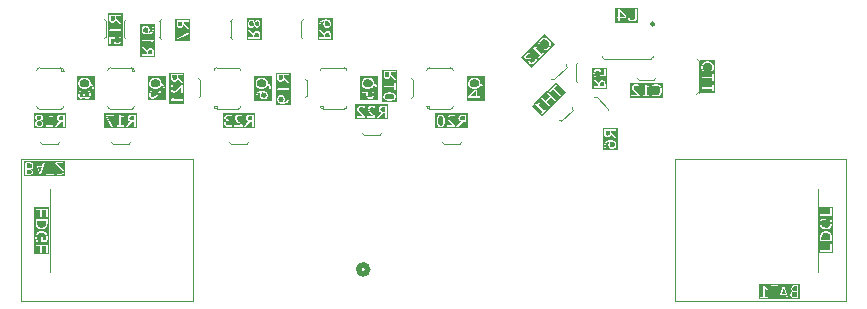
<source format=gbr>
%TF.GenerationSoftware,KiCad,Pcbnew,8.0.8*%
%TF.CreationDate,2025-01-25T09:27:46-05:00*%
%TF.ProjectId,GF24,47463234-2e6b-4696-9361-645f70636258,rev?*%
%TF.SameCoordinates,Original*%
%TF.FileFunction,Legend,Bot*%
%TF.FilePolarity,Positive*%
%FSLAX46Y46*%
G04 Gerber Fmt 4.6, Leading zero omitted, Abs format (unit mm)*
G04 Created by KiCad (PCBNEW 8.0.8) date 2025-01-25 09:27:46*
%MOMM*%
%LPD*%
G01*
G04 APERTURE LIST*
%ADD10C,0.100000*%
%ADD11C,0.150000*%
%ADD12C,0.508000*%
%ADD13C,0.250000*%
G04 APERTURE END LIST*
D10*
G36*
X181247618Y-100657419D02*
G01*
X180928470Y-100657419D01*
X180851047Y-100618708D01*
X180814901Y-100582561D01*
X180776190Y-100505139D01*
X180776190Y-100385888D01*
X180814901Y-100308464D01*
X180848437Y-100274929D01*
X180972398Y-100233609D01*
X181247618Y-100233609D01*
X181247618Y-100657419D01*
G37*
G36*
X181247618Y-100133609D02*
G01*
X180976089Y-100133609D01*
X180898665Y-100094897D01*
X180862520Y-100058753D01*
X180823809Y-99981330D01*
X180823809Y-99909698D01*
X180862520Y-99832274D01*
X180898665Y-99796130D01*
X180976089Y-99757419D01*
X181247618Y-99757419D01*
X181247618Y-100133609D01*
G37*
G36*
X180275866Y-100371704D02*
G01*
X179938418Y-100371704D01*
X180107142Y-99865532D01*
X180275866Y-100371704D01*
G37*
G36*
X181458729Y-100868530D02*
G01*
X177997456Y-100868530D01*
X177997456Y-100688285D01*
X178108567Y-100688285D01*
X178108567Y-100726553D01*
X178135627Y-100753613D01*
X178154761Y-100757419D01*
X178726189Y-100757419D01*
X178745323Y-100753613D01*
X178772383Y-100726553D01*
X178772383Y-100688285D01*
X178745323Y-100661225D01*
X178726189Y-100657419D01*
X178490475Y-100657419D01*
X178490475Y-99872557D01*
X178494111Y-99878011D01*
X178497607Y-99881515D01*
X178500358Y-99885631D01*
X178595596Y-99980869D01*
X178602255Y-99985319D01*
X178608590Y-99990235D01*
X178703828Y-100037854D01*
X178722644Y-100043007D01*
X178758949Y-100030905D01*
X178776063Y-99996677D01*
X178763961Y-99960373D01*
X178748549Y-99948411D01*
X178660567Y-99904420D01*
X178574572Y-99818425D01*
X178487812Y-99688285D01*
X178965710Y-99688285D01*
X178965710Y-99726553D01*
X178992770Y-99753613D01*
X179011904Y-99757419D01*
X179247618Y-99757419D01*
X179247618Y-100707419D01*
X179251424Y-100726553D01*
X179278484Y-100753613D01*
X179316752Y-100753613D01*
X179343812Y-100726553D01*
X179346913Y-100710963D01*
X179723935Y-100710963D01*
X179741049Y-100745192D01*
X179777353Y-100757293D01*
X179811582Y-100740179D01*
X179821243Y-100723230D01*
X179905085Y-100471704D01*
X180309199Y-100471704D01*
X180393041Y-100723230D01*
X180402702Y-100740178D01*
X180436931Y-100757293D01*
X180473235Y-100745191D01*
X180490349Y-100710963D01*
X180487909Y-100691607D01*
X180382068Y-100374085D01*
X180676190Y-100374085D01*
X180676190Y-100516942D01*
X180676678Y-100519398D01*
X180676316Y-100520487D01*
X180678432Y-100528214D01*
X180679996Y-100536076D01*
X180680807Y-100536887D01*
X180681469Y-100539303D01*
X180729087Y-100634540D01*
X180733998Y-100640868D01*
X180738453Y-100647535D01*
X180786072Y-100695155D01*
X180792738Y-100699609D01*
X180799067Y-100704521D01*
X180894305Y-100752140D01*
X180896720Y-100752801D01*
X180897532Y-100753613D01*
X180905393Y-100755176D01*
X180913121Y-100757293D01*
X180914209Y-100756930D01*
X180916666Y-100757419D01*
X181297618Y-100757419D01*
X181316752Y-100753613D01*
X181343812Y-100726553D01*
X181347618Y-100707419D01*
X181347618Y-99707419D01*
X181343812Y-99688285D01*
X181316752Y-99661225D01*
X181297618Y-99657419D01*
X180964285Y-99657419D01*
X180961828Y-99657907D01*
X180960740Y-99657545D01*
X180953012Y-99659661D01*
X180945151Y-99661225D01*
X180944339Y-99662036D01*
X180941924Y-99662698D01*
X180846686Y-99710317D01*
X180840357Y-99715228D01*
X180833691Y-99719683D01*
X180786073Y-99767302D01*
X180781621Y-99773963D01*
X180776706Y-99780297D01*
X180729088Y-99875534D01*
X180728426Y-99877949D01*
X180727615Y-99878761D01*
X180726051Y-99886622D01*
X180723935Y-99894350D01*
X180724297Y-99895438D01*
X180723809Y-99897895D01*
X180723809Y-99993133D01*
X180724297Y-99995589D01*
X180723935Y-99996678D01*
X180726051Y-100004405D01*
X180727615Y-100012267D01*
X180728426Y-100013078D01*
X180729088Y-100015494D01*
X180776706Y-100110731D01*
X180781621Y-100117064D01*
X180786073Y-100123726D01*
X180833691Y-100171345D01*
X180836777Y-100173407D01*
X180805617Y-100183794D01*
X180803442Y-100185034D01*
X180802293Y-100185034D01*
X180795626Y-100189488D01*
X180788668Y-100193455D01*
X180788154Y-100194481D01*
X180786072Y-100195873D01*
X180738454Y-100243492D01*
X180734002Y-100250153D01*
X180729087Y-100256487D01*
X180681469Y-100351724D01*
X180680807Y-100354139D01*
X180679996Y-100354951D01*
X180678432Y-100362812D01*
X180676316Y-100370540D01*
X180676678Y-100371628D01*
X180676190Y-100374085D01*
X180382068Y-100374085D01*
X180154576Y-99691608D01*
X180144915Y-99674659D01*
X180141572Y-99672987D01*
X180139902Y-99669647D01*
X180124865Y-99664634D01*
X180110686Y-99657545D01*
X180107141Y-99658726D01*
X180103598Y-99657545D01*
X180089424Y-99664632D01*
X180074382Y-99669646D01*
X180072710Y-99672989D01*
X180069369Y-99674660D01*
X180059708Y-99691608D01*
X179726375Y-100691608D01*
X179723935Y-100710963D01*
X179346913Y-100710963D01*
X179347618Y-100707419D01*
X179347618Y-99757419D01*
X179583332Y-99757419D01*
X179602466Y-99753613D01*
X179629526Y-99726553D01*
X179629526Y-99688285D01*
X179602466Y-99661225D01*
X179583332Y-99657419D01*
X179011904Y-99657419D01*
X178992770Y-99661225D01*
X178965710Y-99688285D01*
X178487812Y-99688285D01*
X178482078Y-99679684D01*
X178468297Y-99665875D01*
X178463249Y-99664865D01*
X178459609Y-99661225D01*
X178445047Y-99661225D01*
X178430772Y-99658370D01*
X178426489Y-99661225D01*
X178421341Y-99661225D01*
X178411044Y-99671521D01*
X178398931Y-99679597D01*
X178397921Y-99684644D01*
X178394281Y-99688285D01*
X178390475Y-99707419D01*
X178390475Y-100657419D01*
X178154761Y-100657419D01*
X178135627Y-100661225D01*
X178108567Y-100688285D01*
X177997456Y-100688285D01*
X177997456Y-99546308D01*
X181458729Y-99546308D01*
X181458729Y-100868530D01*
G37*
G36*
X183728314Y-95224758D02*
G01*
X183780349Y-95231979D01*
X183827774Y-95244450D01*
X183875617Y-95264758D01*
X183917975Y-95291516D01*
X183954924Y-95324804D01*
X183986462Y-95364623D01*
X184001646Y-95389566D01*
X184023857Y-95436060D01*
X184040298Y-95484683D01*
X184048053Y-95518282D01*
X184055423Y-95568138D01*
X184059468Y-95618971D01*
X184060947Y-95669207D01*
X184060997Y-95680948D01*
X184060997Y-95808687D01*
X183295052Y-95808687D01*
X183295052Y-95680948D01*
X183296153Y-95627708D01*
X183299457Y-95578449D01*
X183305711Y-95528384D01*
X183308974Y-95509733D01*
X183321512Y-95460773D01*
X183339650Y-95414640D01*
X183360997Y-95375156D01*
X183390007Y-95335305D01*
X183427770Y-95298096D01*
X183471352Y-95268329D01*
X183485561Y-95260850D01*
X183532165Y-95242432D01*
X183584875Y-95230041D01*
X183636853Y-95224088D01*
X183679002Y-95222748D01*
X183728314Y-95224758D01*
G37*
G36*
X184312792Y-96940733D02*
G01*
X183043257Y-96940733D01*
X183043257Y-96829622D01*
X183170000Y-96829622D01*
X184186050Y-96829622D01*
X184186050Y-96155756D01*
X184060997Y-96155756D01*
X184060997Y-96693823D01*
X183795261Y-96693823D01*
X183795261Y-96155756D01*
X183670209Y-96155756D01*
X183670209Y-96693823D01*
X183295052Y-96693823D01*
X183295052Y-96155756D01*
X183170000Y-96155756D01*
X183170000Y-96829622D01*
X183043257Y-96829622D01*
X183043257Y-95686321D01*
X183170000Y-95686321D01*
X183170000Y-95944486D01*
X184186050Y-95944486D01*
X184186050Y-95689008D01*
X184185294Y-95635026D01*
X184183027Y-95585372D01*
X184178472Y-95532913D01*
X184170748Y-95480171D01*
X184164556Y-95451115D01*
X184151191Y-95403545D01*
X184133350Y-95355765D01*
X184110088Y-95309378D01*
X184105450Y-95301639D01*
X184075064Y-95258113D01*
X184040541Y-95219005D01*
X184001881Y-95184315D01*
X183959083Y-95154043D01*
X183932770Y-95138729D01*
X183883718Y-95115983D01*
X183830809Y-95098824D01*
X183782389Y-95088563D01*
X183731135Y-95082407D01*
X183677048Y-95080355D01*
X183626026Y-95082493D01*
X183576824Y-95088907D01*
X183521723Y-95101795D01*
X183469100Y-95120503D01*
X183425966Y-95141171D01*
X183379113Y-95169695D01*
X183337075Y-95202052D01*
X183299852Y-95238243D01*
X183267445Y-95278268D01*
X183251088Y-95302860D01*
X183226559Y-95348245D01*
X183206705Y-95396779D01*
X183191525Y-95448461D01*
X183189050Y-95459175D01*
X183179841Y-95512000D01*
X183174185Y-95566222D01*
X183171190Y-95619276D01*
X183170074Y-95668919D01*
X183170023Y-95680948D01*
X183170000Y-95686321D01*
X183043257Y-95686321D01*
X183043257Y-94387926D01*
X183154368Y-94387926D01*
X183155922Y-94439232D01*
X183160586Y-94488645D01*
X183169722Y-94542798D01*
X183182919Y-94594478D01*
X183186852Y-94607012D01*
X183205140Y-94654990D01*
X183227519Y-94699275D01*
X183257585Y-94744679D01*
X183284549Y-94776761D01*
X183324115Y-94814053D01*
X183363663Y-94842919D01*
X183407333Y-94867755D01*
X183448925Y-94886181D01*
X183500353Y-94902958D01*
X183548784Y-94913705D01*
X183600417Y-94920783D01*
X183655253Y-94924191D01*
X183679734Y-94924528D01*
X183738650Y-94922291D01*
X183794376Y-94915582D01*
X183846911Y-94904400D01*
X183896256Y-94888746D01*
X183942410Y-94868619D01*
X183985374Y-94844019D01*
X184025147Y-94814946D01*
X184061730Y-94781401D01*
X184094531Y-94743891D01*
X184122959Y-94703045D01*
X184147013Y-94658864D01*
X184166693Y-94611347D01*
X184182001Y-94560495D01*
X184192934Y-94506307D01*
X184199495Y-94448784D01*
X184201681Y-94387926D01*
X184200039Y-94338570D01*
X184195112Y-94288596D01*
X184186901Y-94238003D01*
X184180921Y-94209629D01*
X184167081Y-94157282D01*
X184150919Y-94108903D01*
X184131124Y-94058784D01*
X184110823Y-94013502D01*
X183951577Y-94013502D01*
X183951577Y-94025958D01*
X183979283Y-94068685D01*
X183990900Y-94087752D01*
X184015827Y-94132900D01*
X184031688Y-94167375D01*
X184048329Y-94214587D01*
X184061245Y-94263688D01*
X184063684Y-94274842D01*
X184072065Y-94326320D01*
X184076010Y-94378561D01*
X184076629Y-94411129D01*
X184074035Y-94463103D01*
X184066253Y-94511560D01*
X184050068Y-94565063D01*
X184026411Y-94613501D01*
X183995285Y-94656872D01*
X183970383Y-94682971D01*
X183927905Y-94716920D01*
X183880155Y-94743845D01*
X183827132Y-94763746D01*
X183778919Y-94774965D01*
X183727045Y-94781306D01*
X183682909Y-94782867D01*
X183625221Y-94780321D01*
X183571684Y-94772682D01*
X183522296Y-94759951D01*
X183468509Y-94737952D01*
X183420699Y-94708620D01*
X183385422Y-94678575D01*
X183349398Y-94636721D01*
X183320827Y-94589560D01*
X183299710Y-94537093D01*
X183287805Y-94489316D01*
X183281077Y-94437855D01*
X183279420Y-94394032D01*
X183281138Y-94344756D01*
X183286290Y-94295480D01*
X183291632Y-94262629D01*
X183302922Y-94211948D01*
X183317695Y-94163408D01*
X183323628Y-94147591D01*
X183560788Y-94147591D01*
X183560788Y-94421632D01*
X183685840Y-94421632D01*
X183685840Y-94012769D01*
X183249378Y-94012769D01*
X183228601Y-94061129D01*
X183209408Y-94111962D01*
X183193677Y-94159223D01*
X183182700Y-94195951D01*
X183170305Y-94245136D01*
X183161451Y-94293526D01*
X183155724Y-94347017D01*
X183154368Y-94387926D01*
X183043257Y-94387926D01*
X183043257Y-93780494D01*
X183170000Y-93780494D01*
X184186050Y-93780494D01*
X184186050Y-93106628D01*
X184060997Y-93106628D01*
X184060997Y-93644695D01*
X183795261Y-93644695D01*
X183795261Y-93106628D01*
X183670209Y-93106628D01*
X183670209Y-93644695D01*
X183295052Y-93644695D01*
X183295052Y-93106628D01*
X183170000Y-93106628D01*
X183170000Y-93780494D01*
X183043257Y-93780494D01*
X183043257Y-92995517D01*
X184312792Y-92995517D01*
X184312792Y-96940733D01*
G37*
G36*
X160749233Y-79254164D02*
G01*
X158770052Y-81233345D01*
X157875238Y-80338532D01*
X158149581Y-80338532D01*
X158154838Y-80387986D01*
X158157292Y-80397476D01*
X158176944Y-80442913D01*
X158206790Y-80482581D01*
X158214630Y-80490737D01*
X158254029Y-80521838D01*
X158298824Y-80541740D01*
X158349017Y-80550442D01*
X158359703Y-80550839D01*
X158411913Y-80546940D01*
X158460817Y-80533730D01*
X158506415Y-80511211D01*
X158515138Y-80505590D01*
X158521701Y-80512153D01*
X158496831Y-80554286D01*
X158484397Y-80581581D01*
X158469054Y-80628339D01*
X158463845Y-80663270D01*
X158466887Y-80713526D01*
X158477488Y-80753596D01*
X158499994Y-80797671D01*
X158531286Y-80836975D01*
X158543117Y-80849275D01*
X158581287Y-80882394D01*
X158625763Y-80909996D01*
X158651058Y-80921293D01*
X158699480Y-80935683D01*
X158749328Y-80941806D01*
X158772815Y-80941845D01*
X158824643Y-80935579D01*
X158875208Y-80920667D01*
X158908217Y-80905922D01*
X158952343Y-80880084D01*
X158994960Y-80848165D01*
X159032392Y-80813870D01*
X159068421Y-80775109D01*
X159101380Y-80733953D01*
X159131270Y-80690402D01*
X159136879Y-80681405D01*
X159162235Y-80638056D01*
X159184867Y-80594464D01*
X159201989Y-80555157D01*
X159102856Y-80456023D01*
X159095602Y-80463277D01*
X159079338Y-80513008D01*
X159058840Y-80560174D01*
X159038091Y-80599887D01*
X159011794Y-80642760D01*
X158980218Y-80685479D01*
X158945867Y-80723545D01*
X158907160Y-80756022D01*
X158871085Y-80778638D01*
X158824766Y-80798310D01*
X158785596Y-80805062D01*
X158736881Y-80801223D01*
X158706496Y-80792282D01*
X158662781Y-80767024D01*
X158631887Y-80739779D01*
X158600412Y-80702086D01*
X158581630Y-80664652D01*
X158573785Y-80616289D01*
X158576622Y-80591252D01*
X158594100Y-80543271D01*
X158609608Y-80518198D01*
X158639691Y-80479491D01*
X158671092Y-80445661D01*
X158714786Y-80401967D01*
X158637414Y-80324594D01*
X158603391Y-80358617D01*
X158566486Y-80391874D01*
X158525097Y-80420437D01*
X158479269Y-80441182D01*
X158456418Y-80447215D01*
X158403797Y-80448268D01*
X158356033Y-80429405D01*
X158326889Y-80405766D01*
X158298677Y-80363850D01*
X158294593Y-80351018D01*
X158292620Y-80301265D01*
X158295111Y-80289362D01*
X158314249Y-80242505D01*
X158323262Y-80228052D01*
X158354690Y-80188209D01*
X158372483Y-80169505D01*
X158409934Y-80136135D01*
X158453115Y-80105193D01*
X158485088Y-80085915D01*
X158531417Y-80062153D01*
X158579215Y-80042636D01*
X158623943Y-80028577D01*
X158628779Y-80023741D01*
X158529646Y-79924608D01*
X158481014Y-79945216D01*
X158437331Y-79968273D01*
X158407025Y-79986091D01*
X158364057Y-80014304D01*
X158324531Y-80044541D01*
X158285025Y-80080139D01*
X158281640Y-80083497D01*
X158247821Y-80119561D01*
X158216932Y-80158019D01*
X158197878Y-80186257D01*
X158174497Y-80230558D01*
X158157590Y-80279417D01*
X158155219Y-80289362D01*
X158149581Y-80338532D01*
X157875238Y-80338532D01*
X157872354Y-80335648D01*
X158669392Y-79538610D01*
X158848633Y-79538610D01*
X159489717Y-80179694D01*
X159342054Y-80327358D01*
X159419426Y-80404730D01*
X159810950Y-80013206D01*
X159733578Y-79935834D01*
X159582978Y-80086433D01*
X159107692Y-79611147D01*
X159258291Y-79460547D01*
X159191972Y-79394228D01*
X159154631Y-79428400D01*
X159121508Y-79454675D01*
X159080367Y-79481597D01*
X159053808Y-79493016D01*
X159004101Y-79499784D01*
X158988352Y-79498025D01*
X158942365Y-79477857D01*
X158923933Y-79463311D01*
X158848633Y-79538610D01*
X158669392Y-79538610D01*
X159031037Y-79176965D01*
X159314939Y-79176965D01*
X159428406Y-79290432D01*
X159435660Y-79283179D01*
X159443918Y-79231788D01*
X159455219Y-79183657D01*
X159471572Y-79133406D01*
X159486954Y-79097174D01*
X159510454Y-79053303D01*
X159538599Y-79011454D01*
X159571390Y-78971627D01*
X159591613Y-78950375D01*
X159630106Y-78915923D01*
X159673773Y-78885880D01*
X159707672Y-78868512D01*
X159754731Y-78852442D01*
X159804462Y-78844387D01*
X159839101Y-78843470D01*
X159891083Y-78849323D01*
X159939714Y-78862924D01*
X159980201Y-78879911D01*
X160025226Y-78905263D01*
X160065403Y-78933964D01*
X160105251Y-78968239D01*
X160122856Y-78985261D01*
X160157074Y-79022047D01*
X160189427Y-79063432D01*
X160217748Y-79109415D01*
X160228898Y-79132406D01*
X160247289Y-79182069D01*
X160258292Y-79229895D01*
X160261885Y-79271780D01*
X160258169Y-79322305D01*
X160246244Y-79371032D01*
X160233733Y-79402518D01*
X160209042Y-79447416D01*
X160178230Y-79489109D01*
X160154289Y-79515122D01*
X160114184Y-79551730D01*
X160071975Y-79583447D01*
X160027662Y-79610273D01*
X160002135Y-79623064D01*
X159954371Y-79642461D01*
X159904338Y-79657132D01*
X159852038Y-79667076D01*
X159822003Y-79670558D01*
X159815267Y-79677293D01*
X159927008Y-79789034D01*
X159974504Y-79770723D01*
X159997127Y-79762437D01*
X160042367Y-79743183D01*
X160075017Y-79727032D01*
X160119304Y-79701592D01*
X160154807Y-79678329D01*
X160196213Y-79646767D01*
X160232656Y-79613555D01*
X160237878Y-79608384D01*
X160274999Y-79568542D01*
X160307608Y-79527773D01*
X160335705Y-79486075D01*
X160359291Y-79443450D01*
X160379840Y-79394345D01*
X160393887Y-79343983D01*
X160401431Y-79292365D01*
X160402812Y-79263145D01*
X160399830Y-79210927D01*
X160389716Y-79158026D01*
X160374739Y-79110429D01*
X160359809Y-79074377D01*
X160334648Y-79026246D01*
X160307620Y-78984504D01*
X160275915Y-78943108D01*
X160239532Y-78902060D01*
X160222508Y-78884574D01*
X160183583Y-78848062D01*
X160144030Y-78815749D01*
X160103850Y-78787634D01*
X160057160Y-78760643D01*
X160039439Y-78751936D01*
X159991913Y-78732560D01*
X159944322Y-78718647D01*
X159890704Y-78709522D01*
X159848945Y-78707205D01*
X159797023Y-78710192D01*
X159745593Y-78719737D01*
X159694654Y-78735839D01*
X159666568Y-78747618D01*
X159622226Y-78770501D01*
X159579179Y-78798221D01*
X159537427Y-78830776D01*
X159496971Y-78868167D01*
X159461886Y-78905983D01*
X159429602Y-78946464D01*
X159400117Y-78989610D01*
X159394556Y-78998559D01*
X159370453Y-79041788D01*
X159347689Y-79090454D01*
X159328578Y-79138278D01*
X159314939Y-79176965D01*
X159031037Y-79176965D01*
X159851536Y-78356466D01*
X160749233Y-79254164D01*
G37*
D11*
G36*
X126965380Y-82226741D02*
G01*
X127019117Y-82233378D01*
X127068430Y-82244439D01*
X127121764Y-82263553D01*
X127168728Y-82289038D01*
X127202997Y-82315143D01*
X127237859Y-82351379D01*
X127265508Y-82391942D01*
X127285944Y-82436833D01*
X127299167Y-82486052D01*
X127305178Y-82539598D01*
X127305579Y-82558409D01*
X127301972Y-82613381D01*
X127291153Y-82663990D01*
X127273121Y-82710238D01*
X127247876Y-82752124D01*
X127215419Y-82789648D01*
X127202997Y-82801186D01*
X127161343Y-82831898D01*
X127113318Y-82856255D01*
X127058921Y-82874259D01*
X127008724Y-82884408D01*
X126954102Y-82890144D01*
X126907219Y-82891556D01*
X126849590Y-82889374D01*
X126796231Y-82882826D01*
X126747142Y-82871914D01*
X126693870Y-82853058D01*
X126646747Y-82827916D01*
X126612173Y-82802163D01*
X126576896Y-82766431D01*
X126548918Y-82726097D01*
X126528239Y-82681160D01*
X126514858Y-82631621D01*
X126508776Y-82577479D01*
X126508370Y-82558409D01*
X126512019Y-82502243D01*
X126522967Y-82450801D01*
X126541214Y-82404081D01*
X126566759Y-82362083D01*
X126599603Y-82324809D01*
X126612173Y-82313433D01*
X126654173Y-82283220D01*
X126702322Y-82259257D01*
X126756618Y-82241546D01*
X126806561Y-82231561D01*
X126860774Y-82225918D01*
X126907219Y-82224529D01*
X126965380Y-82226741D01*
G37*
G36*
X127791847Y-84020183D02*
G01*
X126272207Y-84020183D01*
X126272207Y-83530007D01*
X126383318Y-83530007D01*
X126385928Y-83586596D01*
X126393759Y-83638393D01*
X126409494Y-83692768D01*
X126432334Y-83740621D01*
X126457568Y-83776448D01*
X126492576Y-83811280D01*
X126538769Y-83840612D01*
X126591556Y-83858770D01*
X126643154Y-83865492D01*
X126658824Y-83865841D01*
X126710741Y-83862567D01*
X126759331Y-83852746D01*
X126765558Y-83850942D01*
X126813613Y-83832746D01*
X126859103Y-83807467D01*
X126900502Y-83778280D01*
X126938648Y-83746702D01*
X126941168Y-83744452D01*
X126978114Y-83710044D01*
X127015434Y-83672736D01*
X127030561Y-83657013D01*
X127065580Y-83619949D01*
X127100048Y-83582275D01*
X127133968Y-83543990D01*
X127167337Y-83505094D01*
X127199822Y-83466549D01*
X127234907Y-83424756D01*
X127268446Y-83384624D01*
X127289947Y-83358793D01*
X127289947Y-83909072D01*
X127415000Y-83909072D01*
X127415000Y-83216643D01*
X127263813Y-83216643D01*
X127230173Y-83257211D01*
X127196571Y-83297856D01*
X127163008Y-83338578D01*
X127144378Y-83361235D01*
X127110777Y-83401247D01*
X127077291Y-83439674D01*
X127043921Y-83476517D01*
X127025432Y-83496301D01*
X126988128Y-83535484D01*
X126953304Y-83570600D01*
X126914790Y-83607371D01*
X126874372Y-83642869D01*
X126834133Y-83673678D01*
X126829549Y-83676797D01*
X126782914Y-83702557D01*
X126733989Y-83718776D01*
X126682775Y-83725455D01*
X126672257Y-83725645D01*
X126623317Y-83719440D01*
X126578947Y-83698517D01*
X126551845Y-83673133D01*
X126525353Y-83627876D01*
X126511809Y-83576071D01*
X126508370Y-83526343D01*
X126511555Y-83473848D01*
X126520147Y-83422385D01*
X126527665Y-83391033D01*
X126543326Y-83341397D01*
X126563778Y-83292570D01*
X126586528Y-83248883D01*
X126586528Y-83242044D01*
X126445600Y-83242044D01*
X126425878Y-83291005D01*
X126411497Y-83338197D01*
X126402857Y-83372226D01*
X126392553Y-83422582D01*
X126386065Y-83471984D01*
X126383337Y-83525224D01*
X126383318Y-83530007D01*
X126272207Y-83530007D01*
X126272207Y-82557676D01*
X126383318Y-82557676D01*
X126383348Y-82558409D01*
X126385531Y-82611226D01*
X126392172Y-82661968D01*
X126403239Y-82709900D01*
X126418733Y-82755024D01*
X126441030Y-82802240D01*
X126468080Y-82845244D01*
X126499883Y-82884037D01*
X126519605Y-82903768D01*
X126560057Y-82936621D01*
X126605300Y-82964836D01*
X126649539Y-82986025D01*
X126685202Y-82999511D01*
X126735714Y-83014151D01*
X126789555Y-83024607D01*
X126839395Y-83030326D01*
X126891783Y-83032842D01*
X126907219Y-83032973D01*
X126963425Y-83031100D01*
X127016794Y-83025483D01*
X127067324Y-83016121D01*
X127115016Y-83003015D01*
X127168499Y-82982344D01*
X127217896Y-82956280D01*
X127262586Y-82925758D01*
X127301953Y-82891525D01*
X127335996Y-82853584D01*
X127364716Y-82811933D01*
X127388112Y-82766572D01*
X127394727Y-82750628D01*
X127447255Y-82757108D01*
X127493307Y-82774205D01*
X127513429Y-82787753D01*
X127542314Y-82828639D01*
X127554198Y-82880800D01*
X127555683Y-82912805D01*
X127548826Y-82963252D01*
X127544448Y-82979728D01*
X127528467Y-83026841D01*
X127524420Y-83035171D01*
X127524420Y-83053733D01*
X127659975Y-83053733D01*
X127670874Y-83005061D01*
X127675851Y-82972156D01*
X127680049Y-82921323D01*
X127680736Y-82890091D01*
X127677580Y-82840082D01*
X127666246Y-82788424D01*
X127646668Y-82742629D01*
X127614790Y-82698116D01*
X127573194Y-82662567D01*
X127528662Y-82639791D01*
X127477016Y-82625320D01*
X127425990Y-82619469D01*
X127429654Y-82587474D01*
X127430631Y-82557676D01*
X127428433Y-82504920D01*
X127421838Y-82454606D01*
X127410847Y-82406734D01*
X127395460Y-82361305D01*
X127373184Y-82313795D01*
X127345924Y-82270458D01*
X127313679Y-82231294D01*
X127293611Y-82211340D01*
X127253571Y-82178822D01*
X127208740Y-82150787D01*
X127159118Y-82127233D01*
X127129480Y-82116085D01*
X127079135Y-82101553D01*
X127025310Y-82091172D01*
X126975358Y-82085495D01*
X126922741Y-82082998D01*
X126907219Y-82082868D01*
X126854685Y-82084446D01*
X126804583Y-82089179D01*
X126750300Y-82098453D01*
X126699192Y-82111848D01*
X126686912Y-82115841D01*
X126639818Y-82134220D01*
X126596236Y-82156385D01*
X126551403Y-82185846D01*
X126519605Y-82212072D01*
X126484945Y-82248325D01*
X126455154Y-82289215D01*
X126430231Y-82334741D01*
X126418489Y-82362038D01*
X126401487Y-82413753D01*
X126391046Y-82461895D01*
X126385001Y-82512083D01*
X126383318Y-82557676D01*
X126272207Y-82557676D01*
X126272207Y-81971757D01*
X127791847Y-81971757D01*
X127791847Y-84020183D01*
G37*
D10*
G36*
X146353244Y-84958528D02*
G01*
X146215735Y-84958528D01*
X146166046Y-84956795D01*
X146115424Y-84950487D01*
X146103139Y-84948026D01*
X146056152Y-84931697D01*
X146021562Y-84908703D01*
X145989181Y-84871971D01*
X145975889Y-84846909D01*
X145963449Y-84798803D01*
X145960990Y-84758249D01*
X145967722Y-84708606D01*
X145976621Y-84685709D01*
X146007361Y-84646784D01*
X146027668Y-84632220D01*
X146073499Y-84612007D01*
X146097766Y-84606330D01*
X146147938Y-84600405D01*
X146193265Y-84599003D01*
X146353244Y-84599003D01*
X146353244Y-84958528D01*
G37*
G36*
X146600154Y-85601112D02*
G01*
X143849286Y-85601112D01*
X143849286Y-85364948D01*
X143960397Y-85364948D01*
X143960397Y-85490001D01*
X144652825Y-85490001D01*
X144652825Y-85364948D01*
X144850418Y-85364948D01*
X144850418Y-85490001D01*
X145542846Y-85490001D01*
X145642741Y-85490001D01*
X145819329Y-85490001D01*
X146161513Y-85083580D01*
X146353244Y-85083580D01*
X146353244Y-85490001D01*
X146489043Y-85490001D01*
X146489043Y-84473950D01*
X146202546Y-84473950D01*
X146152793Y-84474897D01*
X146103267Y-84478169D01*
X146051833Y-84485182D01*
X146047940Y-84485918D01*
X145999789Y-84498588D01*
X145952532Y-84519264D01*
X145936810Y-84528416D01*
X145895595Y-84559579D01*
X145862442Y-84596707D01*
X145849859Y-84615855D01*
X145829618Y-84663197D01*
X145820092Y-84715198D01*
X145818596Y-84749212D01*
X145819195Y-84758249D01*
X145822077Y-84801694D01*
X145832518Y-84849718D01*
X145852585Y-84898417D01*
X145874284Y-84932394D01*
X145908911Y-84971006D01*
X145950147Y-85003861D01*
X145997989Y-85030958D01*
X146027424Y-85043525D01*
X145642741Y-85490001D01*
X145542846Y-85490001D01*
X145542846Y-85338814D01*
X145502278Y-85305174D01*
X145461633Y-85271572D01*
X145420911Y-85238009D01*
X145398254Y-85219379D01*
X145358243Y-85185778D01*
X145319815Y-85152292D01*
X145282972Y-85118922D01*
X145263188Y-85100433D01*
X145224005Y-85063129D01*
X145188889Y-85028305D01*
X145152118Y-84989791D01*
X145116621Y-84949373D01*
X145085812Y-84909134D01*
X145082692Y-84904550D01*
X145056932Y-84857915D01*
X145040713Y-84808990D01*
X145034035Y-84757776D01*
X145033844Y-84747258D01*
X145040049Y-84698318D01*
X145060972Y-84653948D01*
X145086356Y-84626846D01*
X145131614Y-84600354D01*
X145183419Y-84586810D01*
X145233146Y-84583371D01*
X145285642Y-84586556D01*
X145337104Y-84595148D01*
X145368457Y-84602666D01*
X145418092Y-84618327D01*
X145466919Y-84638779D01*
X145510606Y-84661529D01*
X145517445Y-84661529D01*
X145517445Y-84520601D01*
X145468485Y-84500879D01*
X145421292Y-84486498D01*
X145387263Y-84477858D01*
X145336907Y-84467554D01*
X145287505Y-84461066D01*
X145234265Y-84458338D01*
X145229482Y-84458319D01*
X145172893Y-84460929D01*
X145121096Y-84468760D01*
X145066721Y-84484495D01*
X145018868Y-84507335D01*
X144983041Y-84532569D01*
X144948210Y-84567577D01*
X144918878Y-84613770D01*
X144900720Y-84666557D01*
X144893998Y-84718155D01*
X144893648Y-84733825D01*
X144896922Y-84785742D01*
X144906743Y-84834332D01*
X144908547Y-84840559D01*
X144926743Y-84888614D01*
X144952023Y-84934104D01*
X144981210Y-84975503D01*
X145012787Y-85013649D01*
X145015037Y-85016169D01*
X145049445Y-85053115D01*
X145086753Y-85090435D01*
X145102476Y-85105562D01*
X145139540Y-85140581D01*
X145177214Y-85175049D01*
X145215500Y-85208969D01*
X145254395Y-85242338D01*
X145292940Y-85274823D01*
X145334733Y-85309908D01*
X145374865Y-85343447D01*
X145400697Y-85364948D01*
X144850418Y-85364948D01*
X144652825Y-85364948D01*
X144652825Y-85338814D01*
X144612257Y-85305174D01*
X144571612Y-85271572D01*
X144530890Y-85238009D01*
X144508233Y-85219379D01*
X144468222Y-85185778D01*
X144429794Y-85152292D01*
X144392951Y-85118922D01*
X144373167Y-85100433D01*
X144333984Y-85063129D01*
X144298869Y-85028305D01*
X144262098Y-84989791D01*
X144226600Y-84949373D01*
X144195791Y-84909134D01*
X144192672Y-84904550D01*
X144166912Y-84857915D01*
X144150692Y-84808990D01*
X144144014Y-84757776D01*
X144143823Y-84747258D01*
X144150028Y-84698318D01*
X144170951Y-84653948D01*
X144196335Y-84626846D01*
X144241593Y-84600354D01*
X144293398Y-84586810D01*
X144343125Y-84583371D01*
X144395621Y-84586556D01*
X144447083Y-84595148D01*
X144478436Y-84602666D01*
X144528071Y-84618327D01*
X144576898Y-84638779D01*
X144620585Y-84661529D01*
X144627424Y-84661529D01*
X144627424Y-84520601D01*
X144578464Y-84500879D01*
X144531271Y-84486498D01*
X144497242Y-84477858D01*
X144446886Y-84467554D01*
X144397484Y-84461066D01*
X144344244Y-84458338D01*
X144339461Y-84458319D01*
X144282873Y-84460929D01*
X144231075Y-84468760D01*
X144176700Y-84484495D01*
X144128847Y-84507335D01*
X144093020Y-84532569D01*
X144058189Y-84567577D01*
X144028857Y-84613770D01*
X144010699Y-84666557D01*
X144003977Y-84718155D01*
X144003628Y-84733825D01*
X144006901Y-84785742D01*
X144016722Y-84834332D01*
X144018526Y-84840559D01*
X144036722Y-84888614D01*
X144062002Y-84934104D01*
X144091189Y-84975503D01*
X144122766Y-85013649D01*
X144125016Y-85016169D01*
X144159424Y-85053115D01*
X144196732Y-85090435D01*
X144212455Y-85105562D01*
X144249519Y-85140581D01*
X144287194Y-85175049D01*
X144325479Y-85208969D01*
X144364374Y-85242338D01*
X144402919Y-85274823D01*
X144444712Y-85309908D01*
X144484844Y-85343447D01*
X144510676Y-85364948D01*
X143960397Y-85364948D01*
X143849286Y-85364948D01*
X143849286Y-84347208D01*
X146600154Y-84347208D01*
X146600154Y-85601112D01*
G37*
D11*
G36*
X120965380Y-82226741D02*
G01*
X121019117Y-82233378D01*
X121068430Y-82244439D01*
X121121764Y-82263553D01*
X121168728Y-82289038D01*
X121202997Y-82315143D01*
X121237859Y-82351379D01*
X121265508Y-82391942D01*
X121285944Y-82436833D01*
X121299167Y-82486052D01*
X121305178Y-82539598D01*
X121305579Y-82558409D01*
X121301972Y-82613381D01*
X121291153Y-82663990D01*
X121273121Y-82710238D01*
X121247876Y-82752124D01*
X121215419Y-82789648D01*
X121202997Y-82801186D01*
X121161343Y-82831898D01*
X121113318Y-82856255D01*
X121058921Y-82874259D01*
X121008724Y-82884408D01*
X120954102Y-82890144D01*
X120907219Y-82891556D01*
X120849590Y-82889374D01*
X120796231Y-82882826D01*
X120747142Y-82871914D01*
X120693870Y-82853058D01*
X120646747Y-82827916D01*
X120612173Y-82802163D01*
X120576896Y-82766431D01*
X120548918Y-82726097D01*
X120528239Y-82681160D01*
X120514858Y-82631621D01*
X120508776Y-82577479D01*
X120508370Y-82558409D01*
X120512019Y-82502243D01*
X120522967Y-82450801D01*
X120541214Y-82404081D01*
X120566759Y-82362083D01*
X120599603Y-82324809D01*
X120612173Y-82313433D01*
X120654173Y-82283220D01*
X120702322Y-82259257D01*
X120756618Y-82241546D01*
X120806561Y-82231561D01*
X120860774Y-82225918D01*
X120907219Y-82224529D01*
X120965380Y-82226741D01*
G37*
G36*
X121791847Y-84005772D02*
G01*
X120272207Y-84005772D01*
X120272207Y-83538067D01*
X120383318Y-83538067D01*
X120384905Y-83587482D01*
X120390257Y-83636517D01*
X120396751Y-83669958D01*
X120411544Y-83717816D01*
X120434138Y-83764320D01*
X120439494Y-83773028D01*
X120470275Y-83811784D01*
X120508961Y-83843036D01*
X120517407Y-83848011D01*
X120563432Y-83866243D01*
X120612585Y-83873189D01*
X120623897Y-83873412D01*
X120673747Y-83867545D01*
X120719495Y-83849942D01*
X120761140Y-83820604D01*
X120768977Y-83813329D01*
X120803138Y-83773653D01*
X120828378Y-83729733D01*
X120844697Y-83681566D01*
X120846891Y-83671423D01*
X120856172Y-83671423D01*
X120868379Y-83718802D01*
X120878886Y-83746894D01*
X120901100Y-83790807D01*
X120922117Y-83819190D01*
X120959804Y-83852575D01*
X120995635Y-83873412D01*
X121042714Y-83888664D01*
X121092633Y-83894329D01*
X121109696Y-83894661D01*
X121160105Y-83891089D01*
X121211072Y-83879158D01*
X121236946Y-83869260D01*
X121281361Y-83845195D01*
X121320939Y-83814278D01*
X121337575Y-83797697D01*
X121369792Y-83756618D01*
X121395002Y-83710319D01*
X121407916Y-83676553D01*
X121420849Y-83627080D01*
X121428413Y-83574375D01*
X121430631Y-83523656D01*
X121428699Y-83470772D01*
X121422903Y-83418365D01*
X121413243Y-83366435D01*
X121410847Y-83356106D01*
X121398125Y-83307524D01*
X121383304Y-83260697D01*
X121367616Y-83220795D01*
X121227421Y-83220795D01*
X121227421Y-83231054D01*
X121251086Y-83277719D01*
X121269942Y-83325565D01*
X121283353Y-83368318D01*
X121295073Y-83417229D01*
X121302952Y-83469763D01*
X121305579Y-83520970D01*
X121301174Y-83571305D01*
X121291657Y-83612805D01*
X121272814Y-83659468D01*
X121249891Y-83691940D01*
X121212730Y-83723672D01*
X121184923Y-83738834D01*
X121136151Y-83751886D01*
X121095041Y-83754466D01*
X121046132Y-83750070D01*
X121006381Y-83736881D01*
X120966636Y-83708230D01*
X120950938Y-83688520D01*
X120929370Y-83642233D01*
X120922606Y-83613538D01*
X120916507Y-83564896D01*
X120914790Y-83518772D01*
X120914790Y-83456978D01*
X120805369Y-83456978D01*
X120805369Y-83505094D01*
X120802790Y-83554706D01*
X120793720Y-83604169D01*
X120775984Y-83651243D01*
X120764092Y-83671668D01*
X120727628Y-83709621D01*
X120680515Y-83730057D01*
X120643192Y-83733950D01*
X120593604Y-83724260D01*
X120581643Y-83718074D01*
X120545067Y-83684288D01*
X120538412Y-83674110D01*
X120518811Y-83627444D01*
X120514965Y-83610851D01*
X120509014Y-83560455D01*
X120508370Y-83534647D01*
X120511255Y-83484570D01*
X120519911Y-83432157D01*
X120528886Y-83395917D01*
X120544844Y-83346356D01*
X120564842Y-83298757D01*
X120586528Y-83257188D01*
X120586528Y-83250349D01*
X120446332Y-83250349D01*
X120426517Y-83299309D01*
X120411932Y-83346501D01*
X120403101Y-83380530D01*
X120392669Y-83430862D01*
X120386100Y-83480193D01*
X120383337Y-83533299D01*
X120383318Y-83538067D01*
X120272207Y-83538067D01*
X120272207Y-82557676D01*
X120383318Y-82557676D01*
X120383348Y-82558409D01*
X120385531Y-82611226D01*
X120392172Y-82661968D01*
X120403239Y-82709900D01*
X120418733Y-82755024D01*
X120441030Y-82802240D01*
X120468080Y-82845244D01*
X120499883Y-82884037D01*
X120519605Y-82903768D01*
X120560057Y-82936621D01*
X120605300Y-82964836D01*
X120649539Y-82986025D01*
X120685202Y-82999511D01*
X120735714Y-83014151D01*
X120789555Y-83024607D01*
X120839395Y-83030326D01*
X120891783Y-83032842D01*
X120907219Y-83032973D01*
X120963425Y-83031100D01*
X121016794Y-83025483D01*
X121067324Y-83016121D01*
X121115016Y-83003015D01*
X121168499Y-82982344D01*
X121217896Y-82956280D01*
X121262586Y-82925758D01*
X121301953Y-82891525D01*
X121335996Y-82853584D01*
X121364716Y-82811933D01*
X121388112Y-82766572D01*
X121394727Y-82750628D01*
X121447255Y-82757108D01*
X121493307Y-82774205D01*
X121513429Y-82787753D01*
X121542314Y-82828639D01*
X121554198Y-82880800D01*
X121555683Y-82912805D01*
X121548826Y-82963252D01*
X121544448Y-82979728D01*
X121528467Y-83026841D01*
X121524420Y-83035171D01*
X121524420Y-83053733D01*
X121659975Y-83053733D01*
X121670874Y-83005061D01*
X121675851Y-82972156D01*
X121680049Y-82921323D01*
X121680736Y-82890091D01*
X121677580Y-82840082D01*
X121666246Y-82788424D01*
X121646668Y-82742629D01*
X121614790Y-82698116D01*
X121573194Y-82662567D01*
X121528662Y-82639791D01*
X121477016Y-82625320D01*
X121425990Y-82619469D01*
X121429654Y-82587474D01*
X121430631Y-82557676D01*
X121428433Y-82504920D01*
X121421838Y-82454606D01*
X121410847Y-82406734D01*
X121395460Y-82361305D01*
X121373184Y-82313795D01*
X121345924Y-82270458D01*
X121313679Y-82231294D01*
X121293611Y-82211340D01*
X121253571Y-82178822D01*
X121208740Y-82150787D01*
X121159118Y-82127233D01*
X121129480Y-82116085D01*
X121079135Y-82101553D01*
X121025310Y-82091172D01*
X120975358Y-82085495D01*
X120922741Y-82082998D01*
X120907219Y-82082868D01*
X120854685Y-82084446D01*
X120804583Y-82089179D01*
X120750300Y-82098453D01*
X120699192Y-82111848D01*
X120686912Y-82115841D01*
X120639818Y-82134220D01*
X120596236Y-82156385D01*
X120551403Y-82185846D01*
X120519605Y-82212072D01*
X120484945Y-82248325D01*
X120455154Y-82289215D01*
X120430231Y-82334741D01*
X120418489Y-82362038D01*
X120401487Y-82413753D01*
X120391046Y-82461895D01*
X120385001Y-82512083D01*
X120383318Y-82557676D01*
X120272207Y-82557676D01*
X120272207Y-81971757D01*
X121791847Y-81971757D01*
X121791847Y-84005772D01*
G37*
D10*
G36*
X123483527Y-77034264D02*
G01*
X123481794Y-77083953D01*
X123475486Y-77134575D01*
X123473025Y-77146860D01*
X123456696Y-77193847D01*
X123433702Y-77228437D01*
X123396970Y-77260818D01*
X123371908Y-77274110D01*
X123323802Y-77286550D01*
X123283248Y-77289009D01*
X123233605Y-77282277D01*
X123210708Y-77273378D01*
X123171783Y-77242638D01*
X123157219Y-77222331D01*
X123137006Y-77176500D01*
X123131329Y-77152233D01*
X123125404Y-77102061D01*
X123124002Y-77056734D01*
X123124002Y-76896755D01*
X123483527Y-76896755D01*
X123483527Y-77034264D01*
G37*
G36*
X124141742Y-79392409D02*
G01*
X122872207Y-79392409D01*
X122872207Y-78658967D01*
X122983318Y-78658967D01*
X122983318Y-79274459D01*
X123108370Y-79274459D01*
X123108370Y-78791591D01*
X123379480Y-78791591D01*
X123376081Y-78840422D01*
X123375572Y-78851919D01*
X123374119Y-78901321D01*
X123374106Y-78905653D01*
X123375490Y-78955551D01*
X123380207Y-79005810D01*
X123388272Y-79051221D01*
X123403171Y-79100331D01*
X123425246Y-79146054D01*
X123437854Y-79166016D01*
X123469304Y-79203728D01*
X123510274Y-79236677D01*
X123535307Y-79251012D01*
X123584262Y-79269468D01*
X123636621Y-79278902D01*
X123684783Y-79281298D01*
X123737414Y-79277623D01*
X123788327Y-79266598D01*
X123821315Y-79255164D01*
X123867339Y-79232885D01*
X123910688Y-79202702D01*
X123931224Y-79183845D01*
X123964037Y-79144015D01*
X123990667Y-79098895D01*
X124004986Y-79065876D01*
X124019586Y-79016319D01*
X124027601Y-78966860D01*
X124030606Y-78913203D01*
X124030631Y-78907607D01*
X124028938Y-78855843D01*
X124023857Y-78805273D01*
X124015390Y-78755895D01*
X124013290Y-78746162D01*
X124000502Y-78695622D01*
X123984576Y-78647004D01*
X123971280Y-78615004D01*
X123827421Y-78615004D01*
X123827421Y-78624529D01*
X123850445Y-78669523D01*
X123869196Y-78715475D01*
X123882864Y-78756420D01*
X123895796Y-78808128D01*
X123903360Y-78859143D01*
X123905579Y-78904920D01*
X123901719Y-78955735D01*
X123891901Y-78999198D01*
X123871578Y-79044968D01*
X123844030Y-79080775D01*
X123804888Y-79111283D01*
X123773443Y-79126204D01*
X123726002Y-79138401D01*
X123678189Y-79141835D01*
X123629523Y-79137256D01*
X123589040Y-79123517D01*
X123547586Y-79093694D01*
X123530910Y-79073203D01*
X123506455Y-79028140D01*
X123494274Y-78986253D01*
X123486560Y-78935713D01*
X123483622Y-78883701D01*
X123483527Y-78871947D01*
X123485537Y-78819835D01*
X123491568Y-78769499D01*
X123494030Y-78755443D01*
X123503700Y-78706388D01*
X123514790Y-78658967D01*
X122983318Y-78658967D01*
X122872207Y-78658967D01*
X122872207Y-78025890D01*
X122998949Y-78025890D01*
X122998949Y-78132380D01*
X123905579Y-78132380D01*
X123905579Y-78341207D01*
X124015000Y-78341207D01*
X124015000Y-77787509D01*
X123905579Y-77787509D01*
X123905579Y-78000489D01*
X123233422Y-78000489D01*
X123233422Y-77787509D01*
X123139633Y-77787509D01*
X123137392Y-77838076D01*
X123132550Y-77880077D01*
X123122495Y-77928205D01*
X123111789Y-77955060D01*
X123081427Y-77994993D01*
X123069047Y-78004885D01*
X123022268Y-78023142D01*
X122998949Y-78025890D01*
X122872207Y-78025890D01*
X122872207Y-77047453D01*
X122998949Y-77047453D01*
X122999126Y-77056734D01*
X122999896Y-77097206D01*
X123003168Y-77146732D01*
X123010181Y-77198166D01*
X123010917Y-77202059D01*
X123023587Y-77250210D01*
X123044263Y-77297467D01*
X123053415Y-77313189D01*
X123084578Y-77354404D01*
X123121706Y-77387557D01*
X123140854Y-77400140D01*
X123188196Y-77420381D01*
X123240197Y-77429907D01*
X123274211Y-77431403D01*
X123326693Y-77427922D01*
X123374717Y-77417481D01*
X123423416Y-77397414D01*
X123457393Y-77375715D01*
X123496005Y-77341088D01*
X123528860Y-77299852D01*
X123555957Y-77252010D01*
X123568524Y-77222575D01*
X124015000Y-77607258D01*
X124015000Y-77430670D01*
X123608579Y-77088486D01*
X123608579Y-76896755D01*
X124015000Y-76896755D01*
X124015000Y-76760956D01*
X122998949Y-76760956D01*
X122998949Y-77047453D01*
X122872207Y-77047453D01*
X122872207Y-76649845D01*
X124141742Y-76649845D01*
X124141742Y-79392409D01*
G37*
G36*
X169910726Y-83791742D02*
G01*
X167097332Y-83791742D01*
X167097332Y-83539947D01*
X167208443Y-83539947D01*
X167208443Y-83665000D01*
X167900871Y-83665000D01*
X167900871Y-83555579D01*
X168156838Y-83555579D01*
X168156838Y-83665000D01*
X168710536Y-83665000D01*
X168710536Y-83555579D01*
X168497556Y-83555579D01*
X168497556Y-82883422D01*
X168710536Y-82883422D01*
X168710536Y-82789633D01*
X168659969Y-82787392D01*
X168617968Y-82782550D01*
X168569840Y-82772495D01*
X168542986Y-82761789D01*
X168503052Y-82731427D01*
X168496283Y-82722955D01*
X168951115Y-82722955D01*
X168951115Y-82883422D01*
X168961374Y-82883422D01*
X169003551Y-82852923D01*
X169045576Y-82826880D01*
X169092672Y-82802911D01*
X169129168Y-82788168D01*
X169176807Y-82773764D01*
X169226301Y-82764074D01*
X169277649Y-82759098D01*
X169306977Y-82758370D01*
X169358557Y-82761227D01*
X169410678Y-82770861D01*
X169446928Y-82782550D01*
X169491568Y-82804463D01*
X169532429Y-82833933D01*
X169557570Y-82857777D01*
X169590188Y-82898672D01*
X169614959Y-82942677D01*
X169631576Y-82983318D01*
X169645486Y-83033082D01*
X169653601Y-83081786D01*
X169657542Y-83134199D01*
X169657954Y-83158684D01*
X169656138Y-83208891D01*
X169649751Y-83261032D01*
X169637262Y-83313572D01*
X169628889Y-83337714D01*
X169606777Y-83385835D01*
X169580739Y-83427434D01*
X169553663Y-83459591D01*
X169515309Y-83492690D01*
X169472421Y-83518713D01*
X169441311Y-83532131D01*
X169392104Y-83546420D01*
X169340835Y-83554113D01*
X169305512Y-83555579D01*
X169251268Y-83553106D01*
X169198994Y-83545687D01*
X169148691Y-83533322D01*
X169121597Y-83524316D01*
X169074106Y-83504257D01*
X169028354Y-83479253D01*
X168984341Y-83449303D01*
X168960641Y-83430526D01*
X168951115Y-83430526D01*
X168951115Y-83588551D01*
X168997648Y-83609188D01*
X169019503Y-83619326D01*
X169065108Y-83637702D01*
X169099615Y-83649368D01*
X169148920Y-83662694D01*
X169190473Y-83671350D01*
X169242070Y-83678311D01*
X169291324Y-83680595D01*
X169298673Y-83680631D01*
X169353093Y-83678708D01*
X169404980Y-83672937D01*
X169454332Y-83663320D01*
X169501150Y-83649856D01*
X169550403Y-83629665D01*
X169595947Y-83603986D01*
X169637781Y-83572821D01*
X169659420Y-83553136D01*
X169694234Y-83514103D01*
X169724489Y-83469545D01*
X169747555Y-83425299D01*
X169762490Y-83389249D01*
X169778732Y-83337424D01*
X169789137Y-83288796D01*
X169795990Y-83237106D01*
X169799289Y-83182354D01*
X169799615Y-83157951D01*
X169797909Y-83104610D01*
X169792790Y-83053793D01*
X169784258Y-83005501D01*
X169770328Y-82953401D01*
X169763956Y-82934713D01*
X169744050Y-82887407D01*
X169720236Y-82843916D01*
X169688775Y-82799551D01*
X169660885Y-82768384D01*
X169622058Y-82733782D01*
X169578943Y-82704164D01*
X169531538Y-82679531D01*
X169503348Y-82668000D01*
X169455813Y-82652827D01*
X169405773Y-82641988D01*
X169353231Y-82635485D01*
X169298184Y-82633318D01*
X169246636Y-82635250D01*
X169195183Y-82641046D01*
X169143825Y-82650706D01*
X169133565Y-82653101D01*
X169085954Y-82666625D01*
X169035445Y-82684941D01*
X168988115Y-82705243D01*
X168951115Y-82722955D01*
X168496283Y-82722955D01*
X168493160Y-82719047D01*
X168474903Y-82672268D01*
X168472155Y-82648949D01*
X168365665Y-82648949D01*
X168365665Y-83555579D01*
X168156838Y-83555579D01*
X167900871Y-83555579D01*
X167900871Y-83513813D01*
X167860303Y-83480173D01*
X167819659Y-83446571D01*
X167778936Y-83413008D01*
X167756279Y-83394378D01*
X167716268Y-83360777D01*
X167677840Y-83327291D01*
X167640997Y-83293921D01*
X167621213Y-83275432D01*
X167582030Y-83238128D01*
X167546915Y-83203304D01*
X167510144Y-83164790D01*
X167474646Y-83124372D01*
X167443837Y-83084133D01*
X167440718Y-83079549D01*
X167414958Y-83032914D01*
X167398738Y-82983989D01*
X167392060Y-82932775D01*
X167391869Y-82922257D01*
X167398074Y-82873317D01*
X167418997Y-82828947D01*
X167444381Y-82801845D01*
X167489639Y-82775353D01*
X167541444Y-82761809D01*
X167591171Y-82758370D01*
X167643667Y-82761555D01*
X167695129Y-82770147D01*
X167726482Y-82777665D01*
X167776117Y-82793326D01*
X167824944Y-82813778D01*
X167868631Y-82836528D01*
X167875470Y-82836528D01*
X167875470Y-82695600D01*
X167826510Y-82675878D01*
X167779317Y-82661497D01*
X167745288Y-82652857D01*
X167694932Y-82642553D01*
X167645531Y-82636065D01*
X167592290Y-82633337D01*
X167587508Y-82633318D01*
X167530919Y-82635928D01*
X167479121Y-82643759D01*
X167424746Y-82659494D01*
X167376893Y-82682334D01*
X167341067Y-82707568D01*
X167306235Y-82742576D01*
X167276903Y-82788769D01*
X167258745Y-82841556D01*
X167252023Y-82893154D01*
X167251674Y-82908824D01*
X167254947Y-82960741D01*
X167264768Y-83009331D01*
X167266572Y-83015558D01*
X167284769Y-83063613D01*
X167310048Y-83109103D01*
X167339235Y-83150502D01*
X167370812Y-83188648D01*
X167373062Y-83191168D01*
X167407470Y-83228114D01*
X167444778Y-83265434D01*
X167460501Y-83280561D01*
X167497565Y-83315580D01*
X167535240Y-83350048D01*
X167573525Y-83383968D01*
X167612420Y-83417337D01*
X167650965Y-83449822D01*
X167692758Y-83484907D01*
X167732890Y-83518446D01*
X167758722Y-83539947D01*
X167208443Y-83539947D01*
X167097332Y-83539947D01*
X167097332Y-82522207D01*
X169910726Y-82522207D01*
X169910726Y-83791742D01*
G37*
G36*
X129183527Y-77479274D02*
G01*
X129181794Y-77528963D01*
X129175486Y-77579585D01*
X129173025Y-77591870D01*
X129156696Y-77638857D01*
X129133702Y-77673447D01*
X129096970Y-77705828D01*
X129071908Y-77719120D01*
X129023802Y-77731560D01*
X128983248Y-77734019D01*
X128933605Y-77727287D01*
X128910708Y-77718388D01*
X128871783Y-77687648D01*
X128857219Y-77667341D01*
X128837006Y-77621510D01*
X128831329Y-77597243D01*
X128825404Y-77547071D01*
X128824002Y-77501744D01*
X128824002Y-77341765D01*
X129183527Y-77341765D01*
X129183527Y-77479274D01*
G37*
G36*
X129826111Y-78958389D02*
G01*
X128587838Y-78958389D01*
X128587838Y-78847278D01*
X128698949Y-78847278D01*
X128855265Y-78847278D01*
X129715000Y-78384438D01*
X129715000Y-78237404D01*
X128824002Y-78729797D01*
X128824002Y-78147278D01*
X128698949Y-78147278D01*
X128698949Y-78847278D01*
X128587838Y-78847278D01*
X128587838Y-77492463D01*
X128698949Y-77492463D01*
X128699126Y-77501744D01*
X128699896Y-77542216D01*
X128703168Y-77591742D01*
X128710181Y-77643176D01*
X128710917Y-77647069D01*
X128723587Y-77695220D01*
X128744263Y-77742477D01*
X128753415Y-77758199D01*
X128784578Y-77799414D01*
X128821706Y-77832567D01*
X128840854Y-77845150D01*
X128888196Y-77865391D01*
X128940197Y-77874917D01*
X128974211Y-77876413D01*
X129026693Y-77872932D01*
X129074717Y-77862491D01*
X129123416Y-77842424D01*
X129157393Y-77820725D01*
X129196005Y-77786098D01*
X129228860Y-77744862D01*
X129255957Y-77697020D01*
X129268524Y-77667585D01*
X129715000Y-78052268D01*
X129715000Y-77875680D01*
X129308579Y-77533496D01*
X129308579Y-77341765D01*
X129715000Y-77341765D01*
X129715000Y-77205966D01*
X128698949Y-77205966D01*
X128698949Y-77492463D01*
X128587838Y-77492463D01*
X128587838Y-77094855D01*
X129826111Y-77094855D01*
X129826111Y-78958389D01*
G37*
G36*
X165541506Y-87525673D02*
G01*
X165592883Y-87530556D01*
X165641493Y-87540107D01*
X165662452Y-87546510D01*
X165709457Y-87567508D01*
X165750249Y-87596252D01*
X165762348Y-87608059D01*
X165792833Y-87647486D01*
X165807044Y-87676447D01*
X165819218Y-87725028D01*
X165821210Y-87756558D01*
X165816361Y-87809231D01*
X165799598Y-87859826D01*
X165770861Y-87902072D01*
X165759905Y-87913118D01*
X165716366Y-87943257D01*
X165668249Y-87960838D01*
X165618373Y-87968876D01*
X165583806Y-87970271D01*
X165531807Y-87966624D01*
X165482684Y-87953527D01*
X165477316Y-87951220D01*
X165435523Y-87924345D01*
X165403799Y-87889182D01*
X165381470Y-87844778D01*
X165374979Y-87819085D01*
X165368892Y-87769721D01*
X165367896Y-87738729D01*
X165370560Y-87689241D01*
X165379329Y-87639746D01*
X165381817Y-87630285D01*
X165398021Y-87582700D01*
X165419245Y-87537126D01*
X165424560Y-87527214D01*
X165454113Y-87525016D01*
X165489773Y-87524283D01*
X165541506Y-87525673D01*
G37*
G36*
X165383527Y-86729273D02*
G01*
X165381794Y-86778962D01*
X165375486Y-86829584D01*
X165373025Y-86841869D01*
X165356696Y-86888856D01*
X165333702Y-86923446D01*
X165296970Y-86955827D01*
X165271908Y-86969119D01*
X165223802Y-86981559D01*
X165183248Y-86984018D01*
X165133605Y-86977286D01*
X165110708Y-86968387D01*
X165071783Y-86937647D01*
X165057219Y-86917340D01*
X165037006Y-86871509D01*
X165031329Y-86847242D01*
X165025404Y-86797070D01*
X165024002Y-86751743D01*
X165024002Y-86591764D01*
X165383527Y-86591764D01*
X165383527Y-86729273D01*
G37*
G36*
X166041742Y-88220845D02*
G01*
X164772207Y-88220845D01*
X164772207Y-87886496D01*
X164883318Y-87886496D01*
X164885049Y-87936010D01*
X164886981Y-87954395D01*
X164897881Y-88003068D01*
X164900170Y-88010082D01*
X165039633Y-88010082D01*
X165039633Y-88003244D01*
X165021543Y-87956773D01*
X165018384Y-87945114D01*
X165009778Y-87895903D01*
X165008370Y-87865735D01*
X165011418Y-87812509D01*
X165020563Y-87763474D01*
X165038937Y-87711561D01*
X165065610Y-87665353D01*
X165095076Y-87630285D01*
X165135932Y-87595334D01*
X165182632Y-87567420D01*
X165235175Y-87546541D01*
X165284863Y-87534245D01*
X165329549Y-87527947D01*
X165305724Y-87570938D01*
X165285262Y-87616968D01*
X165276549Y-87641520D01*
X165264847Y-87690025D01*
X165259467Y-87738729D01*
X165259340Y-87739879D01*
X165258475Y-87771213D01*
X165260450Y-87821619D01*
X165266995Y-87870131D01*
X165270443Y-87886007D01*
X165287029Y-87933255D01*
X165312194Y-87978322D01*
X165318803Y-87988101D01*
X165350114Y-88026194D01*
X165390197Y-88059654D01*
X165424316Y-88079203D01*
X165471235Y-88096585D01*
X165519550Y-88106126D01*
X165573254Y-88109704D01*
X165578921Y-88109734D01*
X165635164Y-88106119D01*
X165687388Y-88095274D01*
X165735594Y-88077199D01*
X165779781Y-88051894D01*
X165819949Y-88019359D01*
X165832445Y-88006907D01*
X165865813Y-87966799D01*
X165892277Y-87923411D01*
X165911838Y-87876742D01*
X165924494Y-87826793D01*
X165930248Y-87773565D01*
X165930631Y-87755093D01*
X165927918Y-87704823D01*
X165918770Y-87653669D01*
X165907672Y-87617828D01*
X165885310Y-87570000D01*
X165855530Y-87526927D01*
X165839284Y-87508652D01*
X165800620Y-87474358D01*
X165754849Y-87445359D01*
X165707577Y-87423787D01*
X165690540Y-87417549D01*
X165641783Y-87403551D01*
X165588325Y-87393552D01*
X165537692Y-87388084D01*
X165483459Y-87385678D01*
X165467302Y-87385553D01*
X165418092Y-87386575D01*
X165363393Y-87390350D01*
X165311617Y-87396907D01*
X165262762Y-87406245D01*
X165229654Y-87414618D01*
X165179325Y-87431441D01*
X165131896Y-87452598D01*
X165087367Y-87478091D01*
X165045739Y-87507919D01*
X165005384Y-87544636D01*
X164970323Y-87586916D01*
X164943601Y-87629170D01*
X164926304Y-87663746D01*
X164907498Y-87713480D01*
X164894064Y-87767183D01*
X164886718Y-87817429D01*
X164883486Y-87870713D01*
X164883318Y-87886496D01*
X164772207Y-87886496D01*
X164772207Y-86742462D01*
X164898949Y-86742462D01*
X164899126Y-86751743D01*
X164899896Y-86792215D01*
X164903168Y-86841741D01*
X164910181Y-86893175D01*
X164910917Y-86897068D01*
X164923587Y-86945219D01*
X164944263Y-86992476D01*
X164953415Y-87008198D01*
X164984578Y-87049413D01*
X165021706Y-87082566D01*
X165040854Y-87095149D01*
X165088196Y-87115390D01*
X165140197Y-87124916D01*
X165174211Y-87126412D01*
X165226693Y-87122931D01*
X165274717Y-87112490D01*
X165323416Y-87092423D01*
X165357393Y-87070724D01*
X165396005Y-87036097D01*
X165428860Y-86994861D01*
X165455957Y-86947019D01*
X165468524Y-86917584D01*
X165915000Y-87302267D01*
X165915000Y-87125679D01*
X165508579Y-86783495D01*
X165508579Y-86591764D01*
X165915000Y-86591764D01*
X165915000Y-86455965D01*
X164898949Y-86455965D01*
X164898949Y-86742462D01*
X164772207Y-86742462D01*
X164772207Y-86344854D01*
X166041742Y-86344854D01*
X166041742Y-88220845D01*
G37*
G36*
X116351334Y-89905101D02*
G01*
X116387478Y-89941246D01*
X116426190Y-90018669D01*
X116426190Y-90090300D01*
X116387478Y-90167723D01*
X116351334Y-90203868D01*
X116273911Y-90242580D01*
X116002381Y-90242580D01*
X116002381Y-89866390D01*
X116273911Y-89866390D01*
X116351334Y-89905101D01*
G37*
G36*
X116398953Y-89381292D02*
G01*
X116435097Y-89417437D01*
X116473809Y-89494860D01*
X116473809Y-89614110D01*
X116435097Y-89691533D01*
X116401562Y-89725069D01*
X116277601Y-89766390D01*
X116002381Y-89766390D01*
X116002381Y-89342580D01*
X116321530Y-89342580D01*
X116398953Y-89381292D01*
G37*
G36*
X117142857Y-90134466D02*
G01*
X116974133Y-89628295D01*
X117311581Y-89628295D01*
X117142857Y-90134466D01*
G37*
G36*
X119256349Y-90453691D02*
G01*
X115791270Y-90453691D01*
X115791270Y-89292580D01*
X115902381Y-89292580D01*
X115902381Y-90292580D01*
X115906187Y-90311714D01*
X115933247Y-90338774D01*
X115952381Y-90342580D01*
X116285714Y-90342580D01*
X116288170Y-90342091D01*
X116289259Y-90342454D01*
X116296986Y-90340337D01*
X116304848Y-90338774D01*
X116305659Y-90337962D01*
X116308075Y-90337301D01*
X116403312Y-90289683D01*
X116409645Y-90284767D01*
X116416307Y-90280316D01*
X116463926Y-90232698D01*
X116468380Y-90226031D01*
X116473292Y-90219703D01*
X116520911Y-90124465D01*
X116521572Y-90122049D01*
X116522384Y-90121238D01*
X116523947Y-90113376D01*
X116526064Y-90105649D01*
X116525701Y-90104560D01*
X116526190Y-90102104D01*
X116526190Y-90006866D01*
X116525701Y-90004409D01*
X116526064Y-90003321D01*
X116523947Y-89995593D01*
X116522384Y-89987732D01*
X116521572Y-89986920D01*
X116520911Y-89984505D01*
X116473292Y-89889267D01*
X116468380Y-89882938D01*
X116463926Y-89876272D01*
X116416307Y-89828654D01*
X116413221Y-89826591D01*
X116444382Y-89816205D01*
X116446557Y-89814965D01*
X116447705Y-89814965D01*
X116454369Y-89810511D01*
X116461330Y-89806544D01*
X116461843Y-89805517D01*
X116463926Y-89804126D01*
X116511545Y-89756508D01*
X116515999Y-89749841D01*
X116520911Y-89743513D01*
X116568530Y-89648275D01*
X116569191Y-89645859D01*
X116570003Y-89645048D01*
X116571566Y-89637186D01*
X116573683Y-89629459D01*
X116573320Y-89628370D01*
X116573809Y-89625914D01*
X116573809Y-89483057D01*
X116573320Y-89480600D01*
X116573683Y-89479512D01*
X116571566Y-89471784D01*
X116570003Y-89463923D01*
X116569191Y-89463111D01*
X116568530Y-89460696D01*
X116520911Y-89365458D01*
X116515999Y-89359129D01*
X116511545Y-89352463D01*
X116463926Y-89304845D01*
X116457266Y-89300394D01*
X116450932Y-89295479D01*
X116438046Y-89289036D01*
X116759650Y-89289036D01*
X116762090Y-89308391D01*
X117095423Y-90308391D01*
X117105084Y-90325339D01*
X117108425Y-90327009D01*
X117110097Y-90330353D01*
X117125139Y-90335366D01*
X117139313Y-90342454D01*
X117142856Y-90341272D01*
X117146401Y-90342454D01*
X117160580Y-90335364D01*
X117175617Y-90330352D01*
X117177287Y-90327011D01*
X117180630Y-90325340D01*
X117190291Y-90308391D01*
X117201939Y-90273446D01*
X117620473Y-90273446D01*
X117620473Y-90311714D01*
X117647533Y-90338774D01*
X117666667Y-90342580D01*
X118238095Y-90342580D01*
X118257229Y-90338774D01*
X118284289Y-90311714D01*
X118284289Y-90273446D01*
X118257229Y-90246386D01*
X118238095Y-90242580D01*
X118002381Y-90242580D01*
X118002381Y-89292580D01*
X117998575Y-89273446D01*
X118429997Y-89273446D01*
X118429997Y-89311714D01*
X118440836Y-89327935D01*
X119003917Y-89891017D01*
X119045238Y-90014979D01*
X119045238Y-90090300D01*
X119006526Y-90167723D01*
X118970382Y-90203868D01*
X118892959Y-90242580D01*
X118678471Y-90242580D01*
X118601047Y-90203868D01*
X118559165Y-90161987D01*
X118542944Y-90151148D01*
X118504676Y-90151148D01*
X118477616Y-90178208D01*
X118477616Y-90216476D01*
X118488455Y-90232697D01*
X118536073Y-90280316D01*
X118542739Y-90284770D01*
X118549068Y-90289682D01*
X118644306Y-90337301D01*
X118646721Y-90337962D01*
X118647533Y-90338774D01*
X118655394Y-90340337D01*
X118663122Y-90342454D01*
X118664210Y-90342091D01*
X118666667Y-90342580D01*
X118904762Y-90342580D01*
X118907218Y-90342091D01*
X118908307Y-90342454D01*
X118916034Y-90340337D01*
X118923896Y-90338774D01*
X118924707Y-90337962D01*
X118927123Y-90337301D01*
X119022360Y-90289683D01*
X119028693Y-90284767D01*
X119035355Y-90280316D01*
X119082974Y-90232698D01*
X119087428Y-90226031D01*
X119092340Y-90219703D01*
X119139959Y-90124465D01*
X119140620Y-90122049D01*
X119141432Y-90121238D01*
X119142995Y-90113376D01*
X119145112Y-90105649D01*
X119144749Y-90104560D01*
X119145238Y-90102104D01*
X119145238Y-90006866D01*
X119143674Y-89999004D01*
X119142672Y-89991054D01*
X119095053Y-89848198D01*
X119093813Y-89846022D01*
X119093813Y-89844875D01*
X119089362Y-89838214D01*
X119085392Y-89831249D01*
X119084364Y-89830735D01*
X119082974Y-89828654D01*
X118596901Y-89342580D01*
X119095238Y-89342580D01*
X119114372Y-89338774D01*
X119141432Y-89311714D01*
X119141432Y-89273446D01*
X119114372Y-89246386D01*
X119095238Y-89242580D01*
X118476191Y-89242580D01*
X118457057Y-89246386D01*
X118429997Y-89273446D01*
X117998575Y-89273446D01*
X117971515Y-89246386D01*
X117933247Y-89246386D01*
X117906187Y-89273446D01*
X117902381Y-89292580D01*
X117902381Y-90242580D01*
X117666667Y-90242580D01*
X117647533Y-90246386D01*
X117620473Y-90273446D01*
X117201939Y-90273446D01*
X117523624Y-89308392D01*
X117526064Y-89289036D01*
X117508950Y-89254808D01*
X117472646Y-89242706D01*
X117438417Y-89259821D01*
X117428756Y-89276769D01*
X117344914Y-89528295D01*
X116940800Y-89528295D01*
X116856958Y-89276769D01*
X116847297Y-89259820D01*
X116813068Y-89242706D01*
X116776764Y-89254807D01*
X116759650Y-89289036D01*
X116438046Y-89289036D01*
X116355694Y-89247859D01*
X116353278Y-89247197D01*
X116352467Y-89246386D01*
X116344605Y-89244822D01*
X116336878Y-89242706D01*
X116335789Y-89243068D01*
X116333333Y-89242580D01*
X115952381Y-89242580D01*
X115933247Y-89246386D01*
X115906187Y-89273446D01*
X115902381Y-89292580D01*
X115791270Y-89292580D01*
X115791270Y-89131469D01*
X119256349Y-89131469D01*
X119256349Y-90453691D01*
G37*
G36*
X117654947Y-94319051D02*
G01*
X117653846Y-94372291D01*
X117650542Y-94421550D01*
X117644288Y-94471615D01*
X117641025Y-94490266D01*
X117628487Y-94539226D01*
X117610349Y-94585359D01*
X117589002Y-94624843D01*
X117559992Y-94664694D01*
X117522229Y-94701903D01*
X117478647Y-94731670D01*
X117464438Y-94739149D01*
X117417834Y-94757567D01*
X117365124Y-94769958D01*
X117313146Y-94775911D01*
X117270997Y-94777251D01*
X117221685Y-94775241D01*
X117169650Y-94768020D01*
X117122225Y-94755549D01*
X117074382Y-94735241D01*
X117032024Y-94708483D01*
X116995075Y-94675195D01*
X116963537Y-94635376D01*
X116948353Y-94610433D01*
X116926142Y-94563939D01*
X116909701Y-94515316D01*
X116901946Y-94481717D01*
X116894576Y-94431861D01*
X116890531Y-94381028D01*
X116889052Y-94330792D01*
X116889002Y-94319051D01*
X116889002Y-94191312D01*
X117654947Y-94191312D01*
X117654947Y-94319051D01*
G37*
G36*
X117906742Y-97004482D02*
G01*
X116637207Y-97004482D01*
X116637207Y-96893371D01*
X116763949Y-96893371D01*
X116889002Y-96893371D01*
X116889002Y-96355304D01*
X117154738Y-96355304D01*
X117154738Y-96893371D01*
X117279790Y-96893371D01*
X117279790Y-96355304D01*
X117654947Y-96355304D01*
X117654947Y-96893371D01*
X117780000Y-96893371D01*
X117780000Y-96219505D01*
X116763949Y-96219505D01*
X116763949Y-96893371D01*
X116637207Y-96893371D01*
X116637207Y-95612073D01*
X116748318Y-95612073D01*
X116749960Y-95661429D01*
X116754887Y-95711403D01*
X116763098Y-95761996D01*
X116769078Y-95790370D01*
X116782918Y-95842717D01*
X116799080Y-95891096D01*
X116818875Y-95941215D01*
X116839176Y-95986497D01*
X116998422Y-95986497D01*
X116998422Y-95974041D01*
X116970716Y-95931314D01*
X116959099Y-95912247D01*
X116934172Y-95867099D01*
X116918311Y-95832624D01*
X116901670Y-95785412D01*
X116888754Y-95736311D01*
X116886315Y-95725157D01*
X116877934Y-95673679D01*
X116873989Y-95621438D01*
X116873370Y-95588870D01*
X116875964Y-95536896D01*
X116883746Y-95488439D01*
X116899931Y-95434936D01*
X116923588Y-95386498D01*
X116954714Y-95343127D01*
X116979616Y-95317028D01*
X117022094Y-95283079D01*
X117069844Y-95256154D01*
X117122867Y-95236253D01*
X117171080Y-95225034D01*
X117222954Y-95218693D01*
X117267090Y-95217132D01*
X117324778Y-95219678D01*
X117378315Y-95227317D01*
X117427703Y-95240048D01*
X117481490Y-95262047D01*
X117529300Y-95291379D01*
X117564577Y-95321424D01*
X117600601Y-95363278D01*
X117629172Y-95410439D01*
X117650289Y-95462906D01*
X117662194Y-95510683D01*
X117668922Y-95562144D01*
X117670579Y-95605967D01*
X117668861Y-95655243D01*
X117663709Y-95704519D01*
X117658367Y-95737370D01*
X117647077Y-95788051D01*
X117632304Y-95836591D01*
X117626371Y-95852408D01*
X117389211Y-95852408D01*
X117389211Y-95578367D01*
X117264159Y-95578367D01*
X117264159Y-95987230D01*
X117700621Y-95987230D01*
X117721398Y-95938870D01*
X117740591Y-95888037D01*
X117756322Y-95840776D01*
X117767299Y-95804048D01*
X117779694Y-95754863D01*
X117788548Y-95706473D01*
X117794275Y-95652982D01*
X117795631Y-95612073D01*
X117794077Y-95560767D01*
X117789413Y-95511354D01*
X117780277Y-95457201D01*
X117767080Y-95405521D01*
X117763147Y-95392987D01*
X117744859Y-95345009D01*
X117722480Y-95300724D01*
X117692414Y-95255320D01*
X117665450Y-95223238D01*
X117625884Y-95185946D01*
X117586336Y-95157080D01*
X117542666Y-95132244D01*
X117501074Y-95113818D01*
X117449646Y-95097041D01*
X117401215Y-95086294D01*
X117349582Y-95079216D01*
X117294746Y-95075808D01*
X117270265Y-95075471D01*
X117211349Y-95077708D01*
X117155623Y-95084417D01*
X117103088Y-95095599D01*
X117053743Y-95111253D01*
X117007589Y-95131380D01*
X116964625Y-95155980D01*
X116924852Y-95185053D01*
X116888269Y-95218598D01*
X116855468Y-95256108D01*
X116827040Y-95296954D01*
X116802986Y-95341135D01*
X116783306Y-95388652D01*
X116767998Y-95439504D01*
X116757065Y-95493692D01*
X116750504Y-95551215D01*
X116748318Y-95612073D01*
X116637207Y-95612073D01*
X116637207Y-94310991D01*
X116763949Y-94310991D01*
X116764062Y-94319051D01*
X116764705Y-94364973D01*
X116766972Y-94414627D01*
X116771527Y-94467086D01*
X116779251Y-94519828D01*
X116785443Y-94548884D01*
X116798808Y-94596454D01*
X116816649Y-94644234D01*
X116839911Y-94690621D01*
X116844549Y-94698360D01*
X116874935Y-94741886D01*
X116909458Y-94780994D01*
X116948118Y-94815684D01*
X116990916Y-94845956D01*
X117017229Y-94861270D01*
X117066281Y-94884016D01*
X117119190Y-94901175D01*
X117167610Y-94911436D01*
X117218864Y-94917592D01*
X117272951Y-94919644D01*
X117323973Y-94917506D01*
X117373175Y-94911092D01*
X117428276Y-94898204D01*
X117480899Y-94879496D01*
X117524033Y-94858828D01*
X117570886Y-94830304D01*
X117612924Y-94797947D01*
X117650147Y-94761756D01*
X117682554Y-94721731D01*
X117698911Y-94697139D01*
X117723440Y-94651754D01*
X117743294Y-94603220D01*
X117758474Y-94551538D01*
X117760949Y-94540824D01*
X117770158Y-94487999D01*
X117775814Y-94433777D01*
X117778809Y-94380723D01*
X117779925Y-94331080D01*
X117780000Y-94313678D01*
X117780000Y-94055513D01*
X116763949Y-94055513D01*
X116763949Y-94310991D01*
X116637207Y-94310991D01*
X116637207Y-93844243D01*
X116763949Y-93844243D01*
X116889002Y-93844243D01*
X116889002Y-93306176D01*
X117154738Y-93306176D01*
X117154738Y-93844243D01*
X117279790Y-93844243D01*
X117279790Y-93306176D01*
X117654947Y-93306176D01*
X117654947Y-93844243D01*
X117780000Y-93844243D01*
X117780000Y-93170377D01*
X116763949Y-93170377D01*
X116763949Y-93844243D01*
X116637207Y-93844243D01*
X116637207Y-93059266D01*
X117906742Y-93059266D01*
X117906742Y-97004482D01*
G37*
D11*
G36*
X154024211Y-83648709D02*
G01*
X153562348Y-83648709D01*
X154024211Y-83252303D01*
X154024211Y-83648709D01*
G37*
G36*
X153965380Y-82226741D02*
G01*
X154019117Y-82233378D01*
X154068430Y-82244439D01*
X154121764Y-82263553D01*
X154168728Y-82289038D01*
X154202997Y-82315143D01*
X154237859Y-82351379D01*
X154265508Y-82391942D01*
X154285944Y-82436833D01*
X154299167Y-82486052D01*
X154305178Y-82539598D01*
X154305579Y-82558409D01*
X154301972Y-82613381D01*
X154291153Y-82663990D01*
X154273121Y-82710238D01*
X154247876Y-82752124D01*
X154215419Y-82789648D01*
X154202997Y-82801186D01*
X154161343Y-82831898D01*
X154113318Y-82856255D01*
X154058921Y-82874259D01*
X154008724Y-82884408D01*
X153954102Y-82890144D01*
X153907219Y-82891556D01*
X153849590Y-82889374D01*
X153796231Y-82882826D01*
X153747142Y-82871914D01*
X153693870Y-82853058D01*
X153646747Y-82827916D01*
X153612173Y-82802163D01*
X153576896Y-82766431D01*
X153548918Y-82726097D01*
X153528239Y-82681160D01*
X153514858Y-82631621D01*
X153508776Y-82577479D01*
X153508370Y-82558409D01*
X153512019Y-82502243D01*
X153522967Y-82450801D01*
X153541214Y-82404081D01*
X153566759Y-82362083D01*
X153599603Y-82324809D01*
X153612173Y-82313433D01*
X153654173Y-82283220D01*
X153702322Y-82259257D01*
X153756618Y-82241546D01*
X153806561Y-82231561D01*
X153860774Y-82225918D01*
X153907219Y-82224529D01*
X153965380Y-82226741D01*
G37*
G36*
X154791847Y-84043386D02*
G01*
X153272207Y-84043386D01*
X153272207Y-83654082D01*
X153398949Y-83654082D01*
X153398949Y-83780600D01*
X154024211Y-83780600D01*
X154024211Y-83932275D01*
X154133632Y-83932275D01*
X154133632Y-83780600D01*
X154415000Y-83780600D01*
X154415000Y-83648709D01*
X154133632Y-83648709D01*
X154133632Y-83159002D01*
X153975607Y-83159002D01*
X153405207Y-83648709D01*
X153398949Y-83654082D01*
X153272207Y-83654082D01*
X153272207Y-82557676D01*
X153383318Y-82557676D01*
X153383348Y-82558409D01*
X153385531Y-82611226D01*
X153392172Y-82661968D01*
X153403239Y-82709900D01*
X153418733Y-82755024D01*
X153441030Y-82802240D01*
X153468080Y-82845244D01*
X153499883Y-82884037D01*
X153519605Y-82903768D01*
X153560057Y-82936621D01*
X153605300Y-82964836D01*
X153649539Y-82986025D01*
X153685202Y-82999511D01*
X153735714Y-83014151D01*
X153789555Y-83024607D01*
X153839395Y-83030326D01*
X153891783Y-83032842D01*
X153907219Y-83032973D01*
X153963425Y-83031100D01*
X154016794Y-83025483D01*
X154067324Y-83016121D01*
X154115016Y-83003015D01*
X154168499Y-82982344D01*
X154217896Y-82956280D01*
X154262586Y-82925758D01*
X154301953Y-82891525D01*
X154335996Y-82853584D01*
X154364716Y-82811933D01*
X154388112Y-82766572D01*
X154394727Y-82750628D01*
X154447255Y-82757108D01*
X154493307Y-82774205D01*
X154513429Y-82787753D01*
X154542314Y-82828639D01*
X154554198Y-82880800D01*
X154555683Y-82912805D01*
X154548826Y-82963252D01*
X154544448Y-82979728D01*
X154528467Y-83026841D01*
X154524420Y-83035171D01*
X154524420Y-83053733D01*
X154659975Y-83053733D01*
X154670874Y-83005061D01*
X154675851Y-82972156D01*
X154680049Y-82921323D01*
X154680736Y-82890091D01*
X154677580Y-82840082D01*
X154666246Y-82788424D01*
X154646668Y-82742629D01*
X154614790Y-82698116D01*
X154573194Y-82662567D01*
X154528662Y-82639791D01*
X154477016Y-82625320D01*
X154425990Y-82619469D01*
X154429654Y-82587474D01*
X154430631Y-82557676D01*
X154428433Y-82504920D01*
X154421838Y-82454606D01*
X154410847Y-82406734D01*
X154395460Y-82361305D01*
X154373184Y-82313795D01*
X154345924Y-82270458D01*
X154313679Y-82231294D01*
X154293611Y-82211340D01*
X154253571Y-82178822D01*
X154208740Y-82150787D01*
X154159118Y-82127233D01*
X154129480Y-82116085D01*
X154079135Y-82101553D01*
X154025310Y-82091172D01*
X153975358Y-82085495D01*
X153922741Y-82082998D01*
X153907219Y-82082868D01*
X153854685Y-82084446D01*
X153804583Y-82089179D01*
X153750300Y-82098453D01*
X153699192Y-82111848D01*
X153686912Y-82115841D01*
X153639818Y-82134220D01*
X153596236Y-82156385D01*
X153551403Y-82185846D01*
X153519605Y-82212072D01*
X153484945Y-82248325D01*
X153455154Y-82289215D01*
X153430231Y-82334741D01*
X153418489Y-82362038D01*
X153401487Y-82413753D01*
X153391046Y-82461895D01*
X153385001Y-82512083D01*
X153383318Y-82557676D01*
X153272207Y-82557676D01*
X153272207Y-81971757D01*
X154791847Y-81971757D01*
X154791847Y-84043386D01*
G37*
D10*
G36*
X161691914Y-83302119D02*
G01*
X159654877Y-85339156D01*
X158779286Y-84463565D01*
X158926950Y-84315901D01*
X159084084Y-84315901D01*
X159725168Y-84956985D01*
X159577505Y-85104648D01*
X159654877Y-85182021D01*
X160046401Y-84790497D01*
X159969029Y-84713125D01*
X159818429Y-84863724D01*
X159343143Y-84388438D01*
X159493742Y-84237838D01*
X159427423Y-84171519D01*
X159390083Y-84205691D01*
X159356959Y-84231966D01*
X159315818Y-84258888D01*
X159289259Y-84270307D01*
X159239552Y-84277075D01*
X159223803Y-84275315D01*
X159177816Y-84255148D01*
X159159384Y-84240602D01*
X159084084Y-84315901D01*
X158926950Y-84315901D01*
X159398782Y-83844069D01*
X159555917Y-83844069D01*
X160274373Y-84562525D01*
X160370570Y-84466328D01*
X160016868Y-84112627D01*
X160377823Y-83751671D01*
X160731525Y-84105373D01*
X160827549Y-84009348D01*
X160109093Y-83290892D01*
X160013069Y-83386917D01*
X160289398Y-83663246D01*
X159928443Y-84024201D01*
X159652114Y-83747872D01*
X159555917Y-83844069D01*
X159398782Y-83844069D01*
X160046256Y-83196595D01*
X160203390Y-83196595D01*
X160291816Y-83285020D01*
X160550184Y-83026653D01*
X161180214Y-83656683D01*
X161276411Y-83560486D01*
X160646381Y-82930456D01*
X160904749Y-82672088D01*
X160816323Y-82583662D01*
X160203390Y-83196595D01*
X160046256Y-83196595D01*
X160816323Y-82426528D01*
X161691914Y-83302119D01*
G37*
G36*
X166636775Y-76927211D02*
G01*
X166240369Y-76927211D01*
X166240369Y-76465348D01*
X166636775Y-76927211D01*
G37*
G36*
X167795688Y-77444742D02*
G01*
X165845692Y-77444742D01*
X165845692Y-76927211D01*
X165956803Y-76927211D01*
X165956803Y-77036632D01*
X166108478Y-77036632D01*
X166108478Y-77318000D01*
X166240369Y-77318000D01*
X166240369Y-77036632D01*
X166730076Y-77036632D01*
X166730076Y-76906695D01*
X166899580Y-76906695D01*
X166901107Y-76959894D01*
X166905686Y-77009582D01*
X166914488Y-77061284D01*
X166924005Y-77098425D01*
X166942299Y-77146868D01*
X166966652Y-77189921D01*
X167000437Y-77231053D01*
X167003872Y-77234468D01*
X167042417Y-77266638D01*
X167085175Y-77292284D01*
X167127703Y-77309939D01*
X167179002Y-77323428D01*
X167230445Y-77330832D01*
X167280660Y-77333538D01*
X167292323Y-77333631D01*
X167344502Y-77331641D01*
X167397901Y-77324762D01*
X167446483Y-77312970D01*
X167460118Y-77308474D01*
X167506494Y-77288379D01*
X167551030Y-77260072D01*
X167580285Y-77234468D01*
X167614737Y-77193470D01*
X167641858Y-77147047D01*
X167660153Y-77100135D01*
X167673033Y-77047451D01*
X167680546Y-76993999D01*
X167683981Y-76941685D01*
X167684577Y-76906695D01*
X167684577Y-76301949D01*
X167548534Y-76301949D01*
X167548534Y-76906939D01*
X167547206Y-76958815D01*
X167542214Y-77009704D01*
X167537298Y-77035411D01*
X167520828Y-77082823D01*
X167499197Y-77120651D01*
X167466081Y-77156916D01*
X167423519Y-77183735D01*
X167417131Y-77186597D01*
X167367636Y-77201624D01*
X167318887Y-77207806D01*
X167292323Y-77208579D01*
X167240425Y-77205522D01*
X167191102Y-77195311D01*
X167167515Y-77186841D01*
X167123708Y-77161349D01*
X167088918Y-77126090D01*
X167084961Y-77120651D01*
X167061017Y-77076807D01*
X167047103Y-77032968D01*
X167038863Y-76981455D01*
X167035904Y-76932672D01*
X167035624Y-76910358D01*
X167035624Y-76301949D01*
X166899580Y-76301949D01*
X166899580Y-76906695D01*
X166730076Y-76906695D01*
X166730076Y-76878607D01*
X166234996Y-76301949D01*
X166108478Y-76301949D01*
X166108478Y-76927211D01*
X165956803Y-76927211D01*
X165845692Y-76927211D01*
X165845692Y-76190838D01*
X167795688Y-76190838D01*
X167795688Y-77444742D01*
G37*
G36*
X164791393Y-82447712D02*
G01*
X164814290Y-82456611D01*
X164853215Y-82487351D01*
X164867779Y-82507658D01*
X164887992Y-82553489D01*
X164893669Y-82577756D01*
X164899594Y-82627928D01*
X164900996Y-82673255D01*
X164900996Y-82833234D01*
X164541471Y-82833234D01*
X164541471Y-82695725D01*
X164543204Y-82646036D01*
X164549512Y-82595414D01*
X164551973Y-82583129D01*
X164568302Y-82536142D01*
X164591296Y-82501552D01*
X164628028Y-82469171D01*
X164653090Y-82455879D01*
X164701196Y-82443439D01*
X164741750Y-82440980D01*
X164791393Y-82447712D01*
G37*
G36*
X165152791Y-83080144D02*
G01*
X163883256Y-83080144D01*
X163883256Y-82299319D01*
X164009999Y-82299319D01*
X164416419Y-82641503D01*
X164416419Y-82695725D01*
X164416419Y-82833234D01*
X164009999Y-82833234D01*
X164009999Y-82969033D01*
X165026049Y-82969033D01*
X165026049Y-82682536D01*
X165025102Y-82632783D01*
X165021830Y-82583257D01*
X165014817Y-82531823D01*
X165014081Y-82527930D01*
X165001411Y-82479779D01*
X164980735Y-82432522D01*
X164971583Y-82416800D01*
X164940420Y-82375585D01*
X164903292Y-82342432D01*
X164884144Y-82329849D01*
X164836802Y-82309608D01*
X164784801Y-82300082D01*
X164750787Y-82298586D01*
X164698305Y-82302067D01*
X164650281Y-82312508D01*
X164601582Y-82332575D01*
X164567605Y-82354274D01*
X164528993Y-82388901D01*
X164496138Y-82430137D01*
X164469041Y-82477979D01*
X164456474Y-82507414D01*
X164009999Y-82122731D01*
X164009999Y-82299319D01*
X163883256Y-82299319D01*
X163883256Y-81712403D01*
X163994367Y-81712403D01*
X163996060Y-81764167D01*
X164001141Y-81814737D01*
X164009608Y-81864115D01*
X164011708Y-81873848D01*
X164024496Y-81924388D01*
X164040422Y-81973006D01*
X164053718Y-82005006D01*
X164197577Y-82005006D01*
X164197577Y-81995481D01*
X164174553Y-81950487D01*
X164155802Y-81904535D01*
X164142134Y-81863590D01*
X164129202Y-81811882D01*
X164121638Y-81760866D01*
X164119419Y-81715090D01*
X164123279Y-81664275D01*
X164133097Y-81620812D01*
X164153420Y-81575042D01*
X164180968Y-81539235D01*
X164220110Y-81508727D01*
X164251555Y-81493806D01*
X164298996Y-81481609D01*
X164346809Y-81478174D01*
X164395475Y-81482754D01*
X164435958Y-81496493D01*
X164477412Y-81526316D01*
X164494088Y-81546807D01*
X164518543Y-81591869D01*
X164530724Y-81633757D01*
X164538438Y-81684297D01*
X164541376Y-81736309D01*
X164541471Y-81748063D01*
X164539461Y-81800175D01*
X164533430Y-81850511D01*
X164530968Y-81864567D01*
X164521298Y-81913622D01*
X164510208Y-81961043D01*
X165041680Y-81961043D01*
X165041680Y-81345551D01*
X164916628Y-81345551D01*
X164916628Y-81828419D01*
X164645518Y-81828419D01*
X164648917Y-81779588D01*
X164649426Y-81768091D01*
X164650879Y-81718689D01*
X164650892Y-81714357D01*
X164649508Y-81664459D01*
X164644791Y-81614200D01*
X164636726Y-81568789D01*
X164621827Y-81519679D01*
X164599752Y-81473956D01*
X164587144Y-81453994D01*
X164555694Y-81416282D01*
X164514724Y-81383333D01*
X164489691Y-81368998D01*
X164440736Y-81350542D01*
X164388377Y-81341107D01*
X164340215Y-81338712D01*
X164287584Y-81342387D01*
X164236671Y-81353412D01*
X164203683Y-81364846D01*
X164157659Y-81387125D01*
X164114310Y-81417308D01*
X164093774Y-81436165D01*
X164060961Y-81475995D01*
X164034331Y-81521115D01*
X164020012Y-81554134D01*
X164005412Y-81603690D01*
X163997397Y-81653150D01*
X163994392Y-81706807D01*
X163994367Y-81712403D01*
X163883256Y-81712403D01*
X163883256Y-81227601D01*
X165152791Y-81227601D01*
X165152791Y-83080144D01*
G37*
G36*
X137597963Y-83707217D02*
G01*
X137645514Y-83719978D01*
X137650643Y-83722226D01*
X137692537Y-83751146D01*
X137720740Y-83784752D01*
X137742821Y-83830069D01*
X137748584Y-83852652D01*
X137754461Y-83902302D01*
X137755423Y-83935206D01*
X137752364Y-83985674D01*
X137743187Y-84036786D01*
X137741501Y-84043650D01*
X137726721Y-84090426D01*
X137705595Y-84137639D01*
X137700712Y-84146720D01*
X137672869Y-84148430D01*
X137637698Y-84149407D01*
X137588467Y-84148033D01*
X137539178Y-84143203D01*
X137487698Y-84132577D01*
X137471368Y-84127425D01*
X137425003Y-84106864D01*
X137383025Y-84076428D01*
X137373915Y-84067097D01*
X137344268Y-84026886D01*
X137330929Y-83997488D01*
X137319594Y-83948907D01*
X137317740Y-83917376D01*
X137322492Y-83865019D01*
X137338921Y-83814549D01*
X137367086Y-83772188D01*
X137377823Y-83761061D01*
X137420146Y-83730793D01*
X137466394Y-83713137D01*
X137520369Y-83704561D01*
X137546839Y-83703664D01*
X137597963Y-83707217D01*
G37*
G36*
X137708528Y-82034264D02*
G01*
X137706795Y-82083953D01*
X137700487Y-82134575D01*
X137698026Y-82146860D01*
X137681697Y-82193847D01*
X137658703Y-82228437D01*
X137621971Y-82260818D01*
X137596909Y-82274110D01*
X137548803Y-82286550D01*
X137508249Y-82289009D01*
X137458606Y-82282277D01*
X137435709Y-82273378D01*
X137396784Y-82242638D01*
X137382220Y-82222331D01*
X137362007Y-82176500D01*
X137356330Y-82152233D01*
X137350405Y-82102061D01*
X137349003Y-82056734D01*
X137349003Y-81896755D01*
X137708528Y-81896755D01*
X137708528Y-82034264D01*
G37*
G36*
X138366743Y-84399248D02*
G01*
X137097208Y-84399248D01*
X137097208Y-83918598D01*
X137208319Y-83918598D01*
X137211003Y-83968317D01*
X137220053Y-84019528D01*
X137231033Y-84055862D01*
X137251229Y-84101074D01*
X137280240Y-84145014D01*
X137298933Y-84166504D01*
X137337191Y-84200364D01*
X137381746Y-84228977D01*
X137427230Y-84250242D01*
X137443525Y-84256385D01*
X137490847Y-84270277D01*
X137544641Y-84280199D01*
X137597021Y-84285625D01*
X137645862Y-84287858D01*
X137671647Y-84288137D01*
X137728276Y-84286676D01*
X137782544Y-84282293D01*
X137834451Y-84274989D01*
X137883997Y-84264762D01*
X137911250Y-84257607D01*
X137963014Y-84240387D01*
X138010840Y-84219260D01*
X138054727Y-84194226D01*
X138094676Y-84165283D01*
X138131068Y-84132035D01*
X138163064Y-84094819D01*
X138190663Y-84053633D01*
X138213867Y-84008479D01*
X138232139Y-83959401D01*
X138245191Y-83906202D01*
X138252328Y-83856272D01*
X138255469Y-83803186D01*
X138255632Y-83787439D01*
X138253487Y-83738197D01*
X138251480Y-83720028D01*
X138241408Y-83671728D01*
X138238779Y-83663852D01*
X138099317Y-83663852D01*
X138099317Y-83670691D01*
X138117407Y-83716138D01*
X138120566Y-83727111D01*
X138129171Y-83775845D01*
X138130580Y-83808200D01*
X138127446Y-83862777D01*
X138118043Y-83912751D01*
X138099151Y-83965237D01*
X138071728Y-84011459D01*
X138041431Y-84046092D01*
X137999096Y-84080341D01*
X137950309Y-84107648D01*
X137903358Y-84125528D01*
X137851666Y-84138308D01*
X137795234Y-84145988D01*
X137818415Y-84102888D01*
X137837975Y-84057911D01*
X137848723Y-84025576D01*
X137859743Y-83974412D01*
X137864450Y-83923302D01*
X137864843Y-83902722D01*
X137862868Y-83853457D01*
X137856323Y-83804731D01*
X137852876Y-83788416D01*
X137836489Y-83740452D01*
X137812286Y-83695493D01*
X137805981Y-83685834D01*
X137775341Y-83647741D01*
X137735992Y-83614281D01*
X137702422Y-83594732D01*
X137656324Y-83577349D01*
X137604338Y-83567183D01*
X137551968Y-83564201D01*
X137496816Y-83567825D01*
X137445666Y-83578695D01*
X137398516Y-83596813D01*
X137355368Y-83622178D01*
X137316222Y-83654790D01*
X137304062Y-83667272D01*
X137271524Y-83707512D01*
X137245718Y-83750929D01*
X137226645Y-83797523D01*
X137214303Y-83847294D01*
X137208693Y-83900242D01*
X137208344Y-83917376D01*
X137208319Y-83918598D01*
X137097208Y-83918598D01*
X137097208Y-83025890D01*
X137223950Y-83025890D01*
X137223950Y-83132380D01*
X138130580Y-83132380D01*
X138130580Y-83341207D01*
X138240001Y-83341207D01*
X138240001Y-82787509D01*
X138130580Y-82787509D01*
X138130580Y-83000489D01*
X137458423Y-83000489D01*
X137458423Y-82787509D01*
X137364634Y-82787509D01*
X137362393Y-82838076D01*
X137357551Y-82880077D01*
X137347496Y-82928205D01*
X137336790Y-82955060D01*
X137306428Y-82994993D01*
X137294048Y-83004885D01*
X137247269Y-83023142D01*
X137223950Y-83025890D01*
X137097208Y-83025890D01*
X137097208Y-82047453D01*
X137223950Y-82047453D01*
X137224127Y-82056734D01*
X137224897Y-82097206D01*
X137228169Y-82146732D01*
X137235182Y-82198166D01*
X137235918Y-82202059D01*
X137248588Y-82250210D01*
X137269264Y-82297467D01*
X137278416Y-82313189D01*
X137309579Y-82354404D01*
X137346707Y-82387557D01*
X137365855Y-82400140D01*
X137413197Y-82420381D01*
X137465198Y-82429907D01*
X137499212Y-82431403D01*
X137551694Y-82427922D01*
X137599718Y-82417481D01*
X137648417Y-82397414D01*
X137682394Y-82375715D01*
X137721006Y-82341088D01*
X137753861Y-82299852D01*
X137780958Y-82252010D01*
X137793525Y-82222575D01*
X138240001Y-82607258D01*
X138240001Y-82430670D01*
X137833580Y-82088486D01*
X137833580Y-81896755D01*
X138240001Y-81896755D01*
X138240001Y-81760956D01*
X137223950Y-81760956D01*
X137223950Y-82047453D01*
X137097208Y-82047453D01*
X137097208Y-81649845D01*
X138366743Y-81649845D01*
X138366743Y-84399248D01*
G37*
D11*
G36*
X136041506Y-83340154D02*
G01*
X136092883Y-83345037D01*
X136141493Y-83354588D01*
X136162452Y-83360991D01*
X136209457Y-83381989D01*
X136250249Y-83410733D01*
X136262348Y-83422540D01*
X136292833Y-83461967D01*
X136307044Y-83490928D01*
X136319218Y-83539509D01*
X136321210Y-83571040D01*
X136316361Y-83623712D01*
X136299598Y-83674307D01*
X136270861Y-83716553D01*
X136259905Y-83727599D01*
X136216366Y-83757738D01*
X136168249Y-83775320D01*
X136118373Y-83783357D01*
X136083806Y-83784752D01*
X136031807Y-83781106D01*
X135982684Y-83768008D01*
X135977316Y-83765701D01*
X135935523Y-83738826D01*
X135903799Y-83703663D01*
X135881470Y-83659260D01*
X135874979Y-83633566D01*
X135868892Y-83584202D01*
X135867896Y-83553210D01*
X135870560Y-83503722D01*
X135879329Y-83454227D01*
X135881817Y-83444766D01*
X135898021Y-83397182D01*
X135919245Y-83351607D01*
X135924560Y-83341696D01*
X135954113Y-83339497D01*
X135989773Y-83338765D01*
X136041506Y-83340154D01*
G37*
G36*
X135965380Y-82226741D02*
G01*
X136019117Y-82233378D01*
X136068430Y-82244439D01*
X136121764Y-82263553D01*
X136168728Y-82289038D01*
X136202997Y-82315143D01*
X136237859Y-82351379D01*
X136265508Y-82391942D01*
X136285944Y-82436833D01*
X136299167Y-82486052D01*
X136305178Y-82539598D01*
X136305579Y-82558409D01*
X136301972Y-82613381D01*
X136291153Y-82663990D01*
X136273121Y-82710238D01*
X136247876Y-82752124D01*
X136215419Y-82789648D01*
X136202997Y-82801186D01*
X136161343Y-82831898D01*
X136113318Y-82856255D01*
X136058921Y-82874259D01*
X136008724Y-82884408D01*
X135954102Y-82890144D01*
X135907219Y-82891556D01*
X135849590Y-82889374D01*
X135796231Y-82882826D01*
X135747142Y-82871914D01*
X135693870Y-82853058D01*
X135646747Y-82827916D01*
X135612173Y-82802163D01*
X135576896Y-82766431D01*
X135548918Y-82726097D01*
X135528239Y-82681160D01*
X135514858Y-82631621D01*
X135508776Y-82577479D01*
X135508370Y-82558409D01*
X135512019Y-82502243D01*
X135522967Y-82450801D01*
X135541214Y-82404081D01*
X135566759Y-82362083D01*
X135599603Y-82324809D01*
X135612173Y-82313433D01*
X135654173Y-82283220D01*
X135702322Y-82259257D01*
X135756618Y-82241546D01*
X135806561Y-82231561D01*
X135860774Y-82225918D01*
X135907219Y-82224529D01*
X135965380Y-82226741D01*
G37*
G36*
X136791847Y-84035326D02*
G01*
X135272207Y-84035326D01*
X135272207Y-83700977D01*
X135383318Y-83700977D01*
X135385049Y-83750491D01*
X135386981Y-83768876D01*
X135397881Y-83817549D01*
X135400170Y-83824564D01*
X135539633Y-83824564D01*
X135539633Y-83817725D01*
X135521543Y-83771254D01*
X135518384Y-83759595D01*
X135509778Y-83710384D01*
X135508370Y-83680216D01*
X135511418Y-83626990D01*
X135520563Y-83577955D01*
X135538937Y-83526043D01*
X135565610Y-83479834D01*
X135595076Y-83444766D01*
X135635932Y-83409816D01*
X135682632Y-83381901D01*
X135735175Y-83361022D01*
X135784863Y-83348726D01*
X135829549Y-83342428D01*
X135805724Y-83385419D01*
X135785262Y-83431449D01*
X135776549Y-83456001D01*
X135764847Y-83504506D01*
X135759467Y-83553210D01*
X135759340Y-83554360D01*
X135758475Y-83585694D01*
X135760450Y-83636100D01*
X135766995Y-83684613D01*
X135770443Y-83700488D01*
X135787029Y-83747736D01*
X135812194Y-83792803D01*
X135818803Y-83802582D01*
X135850114Y-83840675D01*
X135890197Y-83874135D01*
X135924316Y-83893684D01*
X135971235Y-83911066D01*
X136019550Y-83920607D01*
X136073254Y-83924185D01*
X136078921Y-83924215D01*
X136135164Y-83920600D01*
X136187388Y-83909755D01*
X136235594Y-83891680D01*
X136279781Y-83866375D01*
X136319949Y-83833840D01*
X136332445Y-83821389D01*
X136365813Y-83781280D01*
X136392277Y-83737892D01*
X136411838Y-83691223D01*
X136424494Y-83641275D01*
X136430248Y-83588046D01*
X136430631Y-83569574D01*
X136427918Y-83519304D01*
X136418770Y-83468150D01*
X136407672Y-83432310D01*
X136385310Y-83384481D01*
X136355530Y-83341408D01*
X136339284Y-83323133D01*
X136300620Y-83288839D01*
X136254849Y-83259840D01*
X136207577Y-83238268D01*
X136190540Y-83232031D01*
X136141783Y-83218032D01*
X136088325Y-83208034D01*
X136037692Y-83202566D01*
X135983459Y-83200160D01*
X135967302Y-83200035D01*
X135918092Y-83201057D01*
X135863393Y-83204832D01*
X135811617Y-83211388D01*
X135762762Y-83220726D01*
X135729654Y-83229100D01*
X135679325Y-83245922D01*
X135631896Y-83267079D01*
X135587367Y-83292572D01*
X135545739Y-83322400D01*
X135505384Y-83359117D01*
X135470323Y-83401398D01*
X135443601Y-83443652D01*
X135426304Y-83478227D01*
X135407498Y-83527961D01*
X135394064Y-83581664D01*
X135386718Y-83631910D01*
X135383486Y-83685195D01*
X135383318Y-83700977D01*
X135272207Y-83700977D01*
X135272207Y-82557676D01*
X135383318Y-82557676D01*
X135383348Y-82558409D01*
X135385531Y-82611226D01*
X135392172Y-82661968D01*
X135403239Y-82709900D01*
X135418733Y-82755024D01*
X135441030Y-82802240D01*
X135468080Y-82845244D01*
X135499883Y-82884037D01*
X135519605Y-82903768D01*
X135560057Y-82936621D01*
X135605300Y-82964836D01*
X135649539Y-82986025D01*
X135685202Y-82999511D01*
X135735714Y-83014151D01*
X135789555Y-83024607D01*
X135839395Y-83030326D01*
X135891783Y-83032842D01*
X135907219Y-83032973D01*
X135963425Y-83031100D01*
X136016794Y-83025483D01*
X136067324Y-83016121D01*
X136115016Y-83003015D01*
X136168499Y-82982344D01*
X136217896Y-82956280D01*
X136262586Y-82925758D01*
X136301953Y-82891525D01*
X136335996Y-82853584D01*
X136364716Y-82811933D01*
X136388112Y-82766572D01*
X136394727Y-82750628D01*
X136447255Y-82757108D01*
X136493307Y-82774205D01*
X136513429Y-82787753D01*
X136542314Y-82828639D01*
X136554198Y-82880800D01*
X136555683Y-82912805D01*
X136548826Y-82963252D01*
X136544448Y-82979728D01*
X136528467Y-83026841D01*
X136524420Y-83035171D01*
X136524420Y-83053733D01*
X136659975Y-83053733D01*
X136670874Y-83005061D01*
X136675851Y-82972156D01*
X136680049Y-82921323D01*
X136680736Y-82890091D01*
X136677580Y-82840082D01*
X136666246Y-82788424D01*
X136646668Y-82742629D01*
X136614790Y-82698116D01*
X136573194Y-82662567D01*
X136528662Y-82639791D01*
X136477016Y-82625320D01*
X136425990Y-82619469D01*
X136429654Y-82587474D01*
X136430631Y-82557676D01*
X136428433Y-82504920D01*
X136421838Y-82454606D01*
X136410847Y-82406734D01*
X136395460Y-82361305D01*
X136373184Y-82313795D01*
X136345924Y-82270458D01*
X136313679Y-82231294D01*
X136293611Y-82211340D01*
X136253571Y-82178822D01*
X136208740Y-82150787D01*
X136159118Y-82127233D01*
X136129480Y-82116085D01*
X136079135Y-82101553D01*
X136025310Y-82091172D01*
X135975358Y-82085495D01*
X135922741Y-82082998D01*
X135907219Y-82082868D01*
X135854685Y-82084446D01*
X135804583Y-82089179D01*
X135750300Y-82098453D01*
X135699192Y-82111848D01*
X135686912Y-82115841D01*
X135639818Y-82134220D01*
X135596236Y-82156385D01*
X135551403Y-82185846D01*
X135519605Y-82212072D01*
X135484945Y-82248325D01*
X135455154Y-82289215D01*
X135430231Y-82334741D01*
X135418489Y-82362038D01*
X135401487Y-82413753D01*
X135391046Y-82461895D01*
X135385001Y-82512083D01*
X135383318Y-82557676D01*
X135272207Y-82557676D01*
X135272207Y-81971757D01*
X136791847Y-81971757D01*
X136791847Y-84035326D01*
G37*
D10*
G36*
X117197131Y-85756487D02*
G01*
X117233275Y-85790456D01*
X117253593Y-85816728D01*
X117276365Y-85860153D01*
X117288626Y-85907632D01*
X117290962Y-85941536D01*
X117284736Y-85994072D01*
X117266061Y-86040550D01*
X117234934Y-86080969D01*
X117227214Y-86088326D01*
X117183880Y-86118851D01*
X117133868Y-86138071D01*
X117083146Y-86145702D01*
X117065037Y-86146211D01*
X117011759Y-86142309D01*
X116960039Y-86128818D01*
X116916190Y-86105691D01*
X116904570Y-86096874D01*
X116870362Y-86058597D01*
X116850353Y-86011604D01*
X116844486Y-85961319D01*
X116850604Y-85909846D01*
X116872330Y-85864355D01*
X116910079Y-85829955D01*
X116952564Y-85804660D01*
X116981018Y-85790838D01*
X117028570Y-85771947D01*
X117052092Y-85763971D01*
X117100004Y-85747910D01*
X117146317Y-85731814D01*
X117154186Y-85729044D01*
X117197131Y-85756487D01*
G37*
G36*
X117118001Y-85306115D02*
G01*
X117167114Y-85319779D01*
X117208896Y-85343141D01*
X117244635Y-85381038D01*
X117262155Y-85428448D01*
X117264095Y-85453539D01*
X117256237Y-85501977D01*
X117236251Y-85538535D01*
X117198671Y-85574286D01*
X117155715Y-85600520D01*
X117152232Y-85602282D01*
X117106800Y-85622653D01*
X117079203Y-85634278D01*
X117031942Y-85652352D01*
X116985903Y-85667007D01*
X116944157Y-85635706D01*
X116909873Y-85600638D01*
X116891869Y-85573706D01*
X116873111Y-85524866D01*
X116865965Y-85473374D01*
X116865735Y-85461599D01*
X116873703Y-85411166D01*
X116900320Y-85365911D01*
X116922399Y-85345583D01*
X116965050Y-85320831D01*
X117015090Y-85306354D01*
X117066991Y-85302108D01*
X117118001Y-85306115D01*
G37*
G36*
X119103244Y-85708528D02*
G01*
X118965735Y-85708528D01*
X118916046Y-85706795D01*
X118865424Y-85700487D01*
X118853139Y-85698026D01*
X118806152Y-85681697D01*
X118771562Y-85658703D01*
X118739181Y-85621971D01*
X118725889Y-85596909D01*
X118713449Y-85548803D01*
X118710990Y-85508249D01*
X118717722Y-85458606D01*
X118726621Y-85435709D01*
X118757361Y-85396784D01*
X118777668Y-85382220D01*
X118823499Y-85362007D01*
X118847766Y-85356330D01*
X118897938Y-85350405D01*
X118943265Y-85349003D01*
X119103244Y-85349003D01*
X119103244Y-85708528D01*
G37*
G36*
X119350154Y-86366743D02*
G01*
X116591714Y-86366743D01*
X116591714Y-85953504D01*
X116702825Y-85953504D01*
X116703532Y-85961319D01*
X116707781Y-86008259D01*
X116722647Y-86058831D01*
X116747424Y-86105218D01*
X116782112Y-86147421D01*
X116806384Y-86169659D01*
X116846999Y-86198876D01*
X116891358Y-86222049D01*
X116939460Y-86239176D01*
X116991306Y-86250259D01*
X117046896Y-86255296D01*
X117066258Y-86255632D01*
X117116585Y-86253581D01*
X117172615Y-86245704D01*
X117223889Y-86231919D01*
X117270406Y-86212227D01*
X117312166Y-86186628D01*
X117331262Y-86171613D01*
X117369615Y-86132503D01*
X117370891Y-86130580D01*
X117658792Y-86130580D01*
X117658792Y-86240001D01*
X118212490Y-86240001D01*
X118392741Y-86240001D01*
X118569329Y-86240001D01*
X118911513Y-85833580D01*
X119103244Y-85833580D01*
X119103244Y-86240001D01*
X119239043Y-86240001D01*
X119239043Y-85223950D01*
X118952546Y-85223950D01*
X118902793Y-85224897D01*
X118853267Y-85228169D01*
X118801833Y-85235182D01*
X118797940Y-85235918D01*
X118749789Y-85248588D01*
X118702532Y-85269264D01*
X118686810Y-85278416D01*
X118645595Y-85309579D01*
X118612442Y-85346707D01*
X118599859Y-85365855D01*
X118579618Y-85413197D01*
X118570092Y-85465198D01*
X118568596Y-85499212D01*
X118569195Y-85508249D01*
X118572077Y-85551694D01*
X118582518Y-85599718D01*
X118602585Y-85648417D01*
X118624284Y-85682394D01*
X118658911Y-85721006D01*
X118700147Y-85753861D01*
X118747989Y-85780958D01*
X118777424Y-85793525D01*
X118392741Y-86240001D01*
X118212490Y-86240001D01*
X118212490Y-86130580D01*
X117999510Y-86130580D01*
X117999510Y-85458423D01*
X118212490Y-85458423D01*
X118212490Y-85364634D01*
X118161923Y-85362393D01*
X118119922Y-85357551D01*
X118071794Y-85347496D01*
X118044939Y-85336790D01*
X118005006Y-85306428D01*
X117995114Y-85294048D01*
X117976857Y-85247269D01*
X117974109Y-85223950D01*
X117867619Y-85223950D01*
X117867619Y-86130580D01*
X117658792Y-86130580D01*
X117370891Y-86130580D01*
X117398548Y-86088906D01*
X117418061Y-86040820D01*
X117428154Y-85988247D01*
X117429692Y-85956190D01*
X117424874Y-85905663D01*
X117410419Y-85858188D01*
X117386329Y-85813766D01*
X117380355Y-85805248D01*
X117345407Y-85765707D01*
X117307183Y-85734810D01*
X117262546Y-85708356D01*
X117240648Y-85698026D01*
X117240648Y-85693873D01*
X117283684Y-85669056D01*
X117323526Y-85639985D01*
X117360254Y-85603023D01*
X117362769Y-85599840D01*
X117388229Y-85553974D01*
X117400211Y-85504194D01*
X117402092Y-85471857D01*
X117396169Y-85417787D01*
X117378401Y-85368420D01*
X117348786Y-85323754D01*
X117313156Y-85288528D01*
X117307326Y-85283790D01*
X117263400Y-85254383D01*
X117214541Y-85232198D01*
X117160751Y-85217237D01*
X117110719Y-85210161D01*
X117066258Y-85208319D01*
X117011003Y-85210852D01*
X116960093Y-85218451D01*
X116906189Y-85233720D01*
X116858199Y-85255884D01*
X116821771Y-85280370D01*
X116781807Y-85318732D01*
X116753261Y-85362009D01*
X116736134Y-85410201D01*
X116730608Y-85461599D01*
X116730424Y-85463308D01*
X116736504Y-85513924D01*
X116754742Y-85563921D01*
X116773655Y-85596909D01*
X116804634Y-85635029D01*
X116843532Y-85667568D01*
X116890348Y-85694525D01*
X116900662Y-85699247D01*
X116900662Y-85703399D01*
X116855385Y-85724740D01*
X116811237Y-85751594D01*
X116770612Y-85784968D01*
X116753628Y-85803050D01*
X116724704Y-85847496D01*
X116708828Y-85894512D01*
X116702875Y-85947826D01*
X116702825Y-85953504D01*
X116591714Y-85953504D01*
X116591714Y-85097208D01*
X119350154Y-85097208D01*
X119350154Y-86366743D01*
G37*
G36*
X146783541Y-83470501D02*
G01*
X146835546Y-83472165D01*
X146886895Y-83475418D01*
X146910028Y-83477600D01*
X146961274Y-83485683D01*
X147008397Y-83498574D01*
X147037523Y-83509840D01*
X147081684Y-83535267D01*
X147116603Y-83571499D01*
X147118368Y-83574076D01*
X147138353Y-83619012D01*
X147145776Y-83667682D01*
X147146211Y-83684473D01*
X147141858Y-83733236D01*
X147126015Y-83780484D01*
X147119833Y-83791452D01*
X147086433Y-83829309D01*
X147042809Y-83855928D01*
X147039477Y-83857397D01*
X146991642Y-83874464D01*
X146941834Y-83885638D01*
X146910273Y-83890126D01*
X146860780Y-83894634D01*
X146811220Y-83897263D01*
X146756907Y-83898541D01*
X146731243Y-83898674D01*
X146681402Y-83898140D01*
X146629382Y-83896262D01*
X146576612Y-83892588D01*
X146552213Y-83890126D01*
X146502564Y-83882315D01*
X146454656Y-83869384D01*
X146423008Y-83856665D01*
X146379696Y-83830361D01*
X146346036Y-83793785D01*
X146344362Y-83791207D01*
X146324395Y-83743763D01*
X146317844Y-83692532D01*
X146317740Y-83684473D01*
X146322133Y-83635593D01*
X146338122Y-83588410D01*
X146344362Y-83577495D01*
X146377579Y-83539637D01*
X146421142Y-83512131D01*
X146424474Y-83510572D01*
X146474175Y-83492908D01*
X146526153Y-83482306D01*
X146555388Y-83478577D01*
X146607442Y-83474069D01*
X146656901Y-83471439D01*
X146708833Y-83470162D01*
X146732708Y-83470028D01*
X146783541Y-83470501D01*
G37*
G36*
X146708528Y-81784264D02*
G01*
X146706795Y-81833953D01*
X146700487Y-81884575D01*
X146698026Y-81896860D01*
X146681697Y-81943847D01*
X146658703Y-81978437D01*
X146621971Y-82010818D01*
X146596909Y-82024110D01*
X146548803Y-82036550D01*
X146508249Y-82039009D01*
X146458606Y-82032277D01*
X146435709Y-82023378D01*
X146396784Y-81992638D01*
X146382220Y-81972331D01*
X146362007Y-81926500D01*
X146356330Y-81902233D01*
X146350405Y-81852061D01*
X146349003Y-81806734D01*
X146349003Y-81646755D01*
X146708528Y-81646755D01*
X146708528Y-81784264D01*
G37*
G36*
X147366743Y-84149248D02*
G01*
X146097208Y-84149248D01*
X146097208Y-83684473D01*
X146208319Y-83684473D01*
X146211497Y-83739526D01*
X146221032Y-83789736D01*
X146240864Y-83843598D01*
X146269850Y-83890486D01*
X146307989Y-83930403D01*
X146338500Y-83953140D01*
X146382349Y-83977627D01*
X146432686Y-83997963D01*
X146489511Y-84014149D01*
X146539642Y-84024109D01*
X146593925Y-84031414D01*
X146652360Y-84036062D01*
X146714947Y-84038054D01*
X146731243Y-84038137D01*
X146780807Y-84037379D01*
X146842946Y-84034011D01*
X146900574Y-84027949D01*
X146953691Y-84019193D01*
X147002297Y-84007742D01*
X147056712Y-83989639D01*
X147104078Y-83967327D01*
X147129114Y-83951919D01*
X147172111Y-83916247D01*
X147206211Y-83873895D01*
X147231416Y-83824862D01*
X147247725Y-83769149D01*
X147254520Y-83717619D01*
X147255632Y-83684473D01*
X147252501Y-83629345D01*
X147243110Y-83579058D01*
X147223575Y-83525105D01*
X147195025Y-83478124D01*
X147157458Y-83438116D01*
X147127405Y-83415318D01*
X147083894Y-83390902D01*
X147033657Y-83370624D01*
X146976694Y-83354485D01*
X146926281Y-83344553D01*
X146871563Y-83337269D01*
X146812540Y-83332635D01*
X146749213Y-83330648D01*
X146732708Y-83330565D01*
X146683613Y-83331319D01*
X146621993Y-83334668D01*
X146564762Y-83340696D01*
X146511920Y-83349402D01*
X146463466Y-83360788D01*
X146409071Y-83378788D01*
X146361533Y-83400974D01*
X146336302Y-83416295D01*
X146292808Y-83451918D01*
X146258312Y-83494307D01*
X146232816Y-83543463D01*
X146216318Y-83599385D01*
X146209444Y-83651156D01*
X146208319Y-83684473D01*
X146097208Y-83684473D01*
X146097208Y-82775890D01*
X146223950Y-82775890D01*
X146223950Y-82882380D01*
X147130580Y-82882380D01*
X147130580Y-83091207D01*
X147240001Y-83091207D01*
X147240001Y-82537509D01*
X147130580Y-82537509D01*
X147130580Y-82750489D01*
X146458423Y-82750489D01*
X146458423Y-82537509D01*
X146364634Y-82537509D01*
X146362393Y-82588076D01*
X146357551Y-82630077D01*
X146347496Y-82678205D01*
X146336790Y-82705060D01*
X146306428Y-82744993D01*
X146294048Y-82754885D01*
X146247269Y-82773142D01*
X146223950Y-82775890D01*
X146097208Y-82775890D01*
X146097208Y-81797453D01*
X146223950Y-81797453D01*
X146224127Y-81806734D01*
X146224897Y-81847206D01*
X146228169Y-81896732D01*
X146235182Y-81948166D01*
X146235918Y-81952059D01*
X146248588Y-82000210D01*
X146269264Y-82047467D01*
X146278416Y-82063189D01*
X146309579Y-82104404D01*
X146346707Y-82137557D01*
X146365855Y-82150140D01*
X146413197Y-82170381D01*
X146465198Y-82179907D01*
X146499212Y-82181403D01*
X146551694Y-82177922D01*
X146599718Y-82167481D01*
X146648417Y-82147414D01*
X146682394Y-82125715D01*
X146721006Y-82091088D01*
X146753861Y-82049852D01*
X146780958Y-82002010D01*
X146793525Y-81972575D01*
X147240001Y-82357258D01*
X147240001Y-82180670D01*
X146833580Y-81838486D01*
X146833580Y-81646755D01*
X147240001Y-81646755D01*
X147240001Y-81510956D01*
X146223950Y-81510956D01*
X146223950Y-81797453D01*
X146097208Y-81797453D01*
X146097208Y-81399845D01*
X147366743Y-81399845D01*
X147366743Y-84149248D01*
G37*
G36*
X125103244Y-85708528D02*
G01*
X124965735Y-85708528D01*
X124916046Y-85706795D01*
X124865424Y-85700487D01*
X124853139Y-85698026D01*
X124806152Y-85681697D01*
X124771562Y-85658703D01*
X124739181Y-85621971D01*
X124725889Y-85596909D01*
X124713449Y-85548803D01*
X124710990Y-85508249D01*
X124717722Y-85458606D01*
X124726621Y-85435709D01*
X124757361Y-85396784D01*
X124777668Y-85382220D01*
X124823499Y-85362007D01*
X124847766Y-85356330D01*
X124897938Y-85350405D01*
X124943265Y-85349003D01*
X125103244Y-85349003D01*
X125103244Y-85708528D01*
G37*
G36*
X125350154Y-86351112D02*
G01*
X122596599Y-86351112D01*
X122596599Y-85380266D01*
X122707710Y-85380266D01*
X123170550Y-86240001D01*
X123317584Y-86240001D01*
X123257115Y-86130580D01*
X123658792Y-86130580D01*
X123658792Y-86240001D01*
X124212490Y-86240001D01*
X124392741Y-86240001D01*
X124569329Y-86240001D01*
X124911513Y-85833580D01*
X125103244Y-85833580D01*
X125103244Y-86240001D01*
X125239043Y-86240001D01*
X125239043Y-85223950D01*
X124952546Y-85223950D01*
X124902793Y-85224897D01*
X124853267Y-85228169D01*
X124801833Y-85235182D01*
X124797940Y-85235918D01*
X124749789Y-85248588D01*
X124702532Y-85269264D01*
X124686810Y-85278416D01*
X124645595Y-85309579D01*
X124612442Y-85346707D01*
X124599859Y-85365855D01*
X124579618Y-85413197D01*
X124570092Y-85465198D01*
X124568596Y-85499212D01*
X124569195Y-85508249D01*
X124572077Y-85551694D01*
X124582518Y-85599718D01*
X124602585Y-85648417D01*
X124624284Y-85682394D01*
X124658911Y-85721006D01*
X124700147Y-85753861D01*
X124747989Y-85780958D01*
X124777424Y-85793525D01*
X124392741Y-86240001D01*
X124212490Y-86240001D01*
X124212490Y-86130580D01*
X123999510Y-86130580D01*
X123999510Y-85458423D01*
X124212490Y-85458423D01*
X124212490Y-85364634D01*
X124161923Y-85362393D01*
X124119922Y-85357551D01*
X124071794Y-85347496D01*
X124044939Y-85336790D01*
X124005006Y-85306428D01*
X123995114Y-85294048D01*
X123976857Y-85247269D01*
X123974109Y-85223950D01*
X123867619Y-85223950D01*
X123867619Y-86130580D01*
X123658792Y-86130580D01*
X123257115Y-86130580D01*
X122825191Y-85349003D01*
X123407710Y-85349003D01*
X123407710Y-85223950D01*
X122707710Y-85223950D01*
X122707710Y-85380266D01*
X122596599Y-85380266D01*
X122596599Y-85112839D01*
X125350154Y-85112839D01*
X125350154Y-86351112D01*
G37*
G36*
X141541394Y-78272712D02*
G01*
X141564291Y-78281611D01*
X141603216Y-78312351D01*
X141617780Y-78332658D01*
X141637993Y-78378489D01*
X141643670Y-78402756D01*
X141649595Y-78452928D01*
X141650997Y-78498255D01*
X141650997Y-78658234D01*
X141291472Y-78658234D01*
X141291472Y-78520725D01*
X141293205Y-78471036D01*
X141299513Y-78420414D01*
X141301974Y-78408129D01*
X141318303Y-78361142D01*
X141341297Y-78326552D01*
X141378029Y-78294171D01*
X141403091Y-78280879D01*
X141451197Y-78268439D01*
X141491751Y-78265980D01*
X141541394Y-78272712D01*
G37*
G36*
X141411533Y-77296977D02*
G01*
X141460822Y-77301807D01*
X141512302Y-77312433D01*
X141528632Y-77317585D01*
X141574997Y-77338146D01*
X141616975Y-77368582D01*
X141626085Y-77377913D01*
X141655732Y-77418124D01*
X141669071Y-77447522D01*
X141680406Y-77496103D01*
X141682260Y-77527634D01*
X141677508Y-77579991D01*
X141661079Y-77630461D01*
X141632914Y-77672822D01*
X141622177Y-77683949D01*
X141579854Y-77714217D01*
X141533606Y-77731873D01*
X141479631Y-77740449D01*
X141453161Y-77741346D01*
X141402037Y-77737793D01*
X141354486Y-77725031D01*
X141349357Y-77722784D01*
X141307463Y-77693864D01*
X141279260Y-77660257D01*
X141257179Y-77614941D01*
X141251416Y-77592358D01*
X141245539Y-77542708D01*
X141244577Y-77509804D01*
X141247636Y-77459336D01*
X141256813Y-77408224D01*
X141258499Y-77401360D01*
X141273279Y-77354584D01*
X141294405Y-77307371D01*
X141299288Y-77298290D01*
X141327131Y-77296580D01*
X141362302Y-77295603D01*
X141411533Y-77296977D01*
G37*
G36*
X141902792Y-78905144D02*
G01*
X140633257Y-78905144D01*
X140633257Y-78124319D01*
X140760000Y-78124319D01*
X141166420Y-78466503D01*
X141166420Y-78520725D01*
X141166420Y-78658234D01*
X140760000Y-78658234D01*
X140760000Y-78794033D01*
X141776050Y-78794033D01*
X141776050Y-78507536D01*
X141775103Y-78457783D01*
X141771831Y-78408257D01*
X141764818Y-78356823D01*
X141764082Y-78352930D01*
X141751412Y-78304779D01*
X141730736Y-78257522D01*
X141721584Y-78241800D01*
X141690421Y-78200585D01*
X141653293Y-78167432D01*
X141634145Y-78154849D01*
X141586803Y-78134608D01*
X141534802Y-78125082D01*
X141500788Y-78123586D01*
X141448306Y-78127067D01*
X141400282Y-78137508D01*
X141351583Y-78157575D01*
X141317606Y-78179274D01*
X141278994Y-78213901D01*
X141246139Y-78255137D01*
X141219042Y-78302979D01*
X141206475Y-78332414D01*
X140760000Y-77947731D01*
X140760000Y-78124319D01*
X140633257Y-78124319D01*
X140633257Y-77657571D01*
X140744368Y-77657571D01*
X140746513Y-77706812D01*
X140748520Y-77724982D01*
X140758592Y-77773282D01*
X140761221Y-77781158D01*
X140900683Y-77781158D01*
X140900683Y-77774319D01*
X140882593Y-77728872D01*
X140879434Y-77717899D01*
X140870829Y-77669165D01*
X140869420Y-77636810D01*
X140872554Y-77582233D01*
X140881957Y-77532259D01*
X140900849Y-77479773D01*
X140928272Y-77433551D01*
X140958569Y-77398918D01*
X141000904Y-77364669D01*
X141049691Y-77337362D01*
X141096642Y-77319481D01*
X141148334Y-77306702D01*
X141204766Y-77299022D01*
X141181585Y-77342122D01*
X141162025Y-77387099D01*
X141151277Y-77419434D01*
X141140257Y-77470598D01*
X141136646Y-77509804D01*
X141135550Y-77521708D01*
X141135157Y-77542288D01*
X141137132Y-77591553D01*
X141143677Y-77640279D01*
X141147124Y-77656594D01*
X141163511Y-77704558D01*
X141187714Y-77749517D01*
X141194019Y-77759176D01*
X141224659Y-77797269D01*
X141264008Y-77830729D01*
X141297578Y-77850278D01*
X141343676Y-77867660D01*
X141395662Y-77877827D01*
X141448032Y-77880809D01*
X141503184Y-77877185D01*
X141554334Y-77866314D01*
X141601484Y-77848197D01*
X141644632Y-77822832D01*
X141683778Y-77790219D01*
X141695938Y-77777738D01*
X141728476Y-77737498D01*
X141754282Y-77694081D01*
X141773355Y-77647487D01*
X141785697Y-77597716D01*
X141791307Y-77544768D01*
X141791681Y-77526412D01*
X141788997Y-77476693D01*
X141779947Y-77425482D01*
X141768967Y-77389148D01*
X141748771Y-77343936D01*
X141719760Y-77299996D01*
X141701067Y-77278506D01*
X141662809Y-77244646D01*
X141618254Y-77216033D01*
X141572770Y-77194768D01*
X141556475Y-77188625D01*
X141509153Y-77174733D01*
X141455359Y-77164811D01*
X141402979Y-77159385D01*
X141354138Y-77157152D01*
X141328353Y-77156873D01*
X141271724Y-77158334D01*
X141217456Y-77162717D01*
X141165549Y-77170021D01*
X141116003Y-77180248D01*
X141088750Y-77187403D01*
X141036986Y-77204622D01*
X140989160Y-77225749D01*
X140945273Y-77250784D01*
X140905324Y-77279727D01*
X140868932Y-77312975D01*
X140836936Y-77350191D01*
X140809337Y-77391377D01*
X140786133Y-77436531D01*
X140767861Y-77485609D01*
X140754809Y-77538808D01*
X140747672Y-77588738D01*
X140744531Y-77641824D01*
X140744368Y-77657571D01*
X140633257Y-77657571D01*
X140633257Y-77045762D01*
X141902792Y-77045762D01*
X141902792Y-78905144D01*
G37*
G36*
X151114406Y-85322133D02*
G01*
X151161589Y-85338122D01*
X151172504Y-85344362D01*
X151210362Y-85377579D01*
X151237868Y-85421142D01*
X151239427Y-85424474D01*
X151257091Y-85474175D01*
X151267693Y-85526153D01*
X151271422Y-85555388D01*
X151275930Y-85607442D01*
X151278560Y-85656901D01*
X151279837Y-85708833D01*
X151279971Y-85732708D01*
X151279498Y-85783541D01*
X151277834Y-85835546D01*
X151274581Y-85886895D01*
X151272399Y-85910028D01*
X151264316Y-85961274D01*
X151251425Y-86008397D01*
X151240159Y-86037523D01*
X151214732Y-86081684D01*
X151178500Y-86116603D01*
X151175923Y-86118368D01*
X151130987Y-86138353D01*
X151082317Y-86145776D01*
X151065526Y-86146211D01*
X151016763Y-86141858D01*
X150969515Y-86126015D01*
X150958547Y-86119833D01*
X150920690Y-86086433D01*
X150894071Y-86042809D01*
X150892602Y-86039477D01*
X150875535Y-85991642D01*
X150864361Y-85941834D01*
X150859873Y-85910273D01*
X150855365Y-85860780D01*
X150852736Y-85811220D01*
X150851458Y-85756907D01*
X150851325Y-85731243D01*
X150851859Y-85681402D01*
X150853737Y-85629382D01*
X150857411Y-85576612D01*
X150859873Y-85552213D01*
X150867684Y-85502564D01*
X150880615Y-85454656D01*
X150893334Y-85423008D01*
X150919638Y-85379696D01*
X150956214Y-85346036D01*
X150958792Y-85344362D01*
X151006236Y-85324395D01*
X151057467Y-85317844D01*
X151065526Y-85317740D01*
X151114406Y-85322133D01*
G37*
G36*
X153103244Y-85708528D02*
G01*
X152965735Y-85708528D01*
X152916046Y-85706795D01*
X152865424Y-85700487D01*
X152853139Y-85698026D01*
X152806152Y-85681697D01*
X152771562Y-85658703D01*
X152739181Y-85621971D01*
X152725889Y-85596909D01*
X152713449Y-85548803D01*
X152710990Y-85508249D01*
X152717722Y-85458606D01*
X152726621Y-85435709D01*
X152757361Y-85396784D01*
X152777668Y-85382220D01*
X152823499Y-85362007D01*
X152847766Y-85356330D01*
X152897938Y-85350405D01*
X152943265Y-85349003D01*
X153103244Y-85349003D01*
X153103244Y-85708528D01*
G37*
G36*
X153350154Y-86366743D02*
G01*
X150600751Y-86366743D01*
X150600751Y-85731243D01*
X150711862Y-85731243D01*
X150712620Y-85780807D01*
X150715988Y-85842946D01*
X150722050Y-85900574D01*
X150730806Y-85953691D01*
X150742257Y-86002297D01*
X150760360Y-86056712D01*
X150782672Y-86104078D01*
X150798080Y-86129114D01*
X150833752Y-86172111D01*
X150876104Y-86206211D01*
X150925137Y-86231416D01*
X150980850Y-86247725D01*
X151032380Y-86254520D01*
X151065526Y-86255632D01*
X151120654Y-86252501D01*
X151170941Y-86243110D01*
X151224894Y-86223575D01*
X151271875Y-86195025D01*
X151311883Y-86157458D01*
X151334681Y-86127405D01*
X151341671Y-86114948D01*
X151600418Y-86114948D01*
X151600418Y-86240001D01*
X152292846Y-86240001D01*
X152392741Y-86240001D01*
X152569329Y-86240001D01*
X152911513Y-85833580D01*
X153103244Y-85833580D01*
X153103244Y-86240001D01*
X153239043Y-86240001D01*
X153239043Y-85223950D01*
X152952546Y-85223950D01*
X152902793Y-85224897D01*
X152853267Y-85228169D01*
X152801833Y-85235182D01*
X152797940Y-85235918D01*
X152749789Y-85248588D01*
X152702532Y-85269264D01*
X152686810Y-85278416D01*
X152645595Y-85309579D01*
X152612442Y-85346707D01*
X152599859Y-85365855D01*
X152579618Y-85413197D01*
X152570092Y-85465198D01*
X152568596Y-85499212D01*
X152569195Y-85508249D01*
X152572077Y-85551694D01*
X152582518Y-85599718D01*
X152602585Y-85648417D01*
X152624284Y-85682394D01*
X152658911Y-85721006D01*
X152700147Y-85753861D01*
X152747989Y-85780958D01*
X152777424Y-85793525D01*
X152392741Y-86240001D01*
X152292846Y-86240001D01*
X152292846Y-86088814D01*
X152252278Y-86055174D01*
X152211633Y-86021572D01*
X152170911Y-85988009D01*
X152148254Y-85969379D01*
X152108243Y-85935778D01*
X152069815Y-85902292D01*
X152032972Y-85868922D01*
X152013188Y-85850433D01*
X151974005Y-85813129D01*
X151938889Y-85778305D01*
X151902118Y-85739791D01*
X151866621Y-85699373D01*
X151835812Y-85659134D01*
X151832692Y-85654550D01*
X151806932Y-85607915D01*
X151790713Y-85558990D01*
X151784035Y-85507776D01*
X151783844Y-85497258D01*
X151790049Y-85448318D01*
X151810972Y-85403948D01*
X151836356Y-85376846D01*
X151881614Y-85350354D01*
X151933419Y-85336810D01*
X151983146Y-85333371D01*
X152035642Y-85336556D01*
X152087104Y-85345148D01*
X152118457Y-85352666D01*
X152168092Y-85368327D01*
X152216919Y-85388779D01*
X152260606Y-85411529D01*
X152267445Y-85411529D01*
X152267445Y-85270601D01*
X152218485Y-85250879D01*
X152171292Y-85236498D01*
X152137263Y-85227858D01*
X152086907Y-85217554D01*
X152037505Y-85211066D01*
X151984265Y-85208338D01*
X151979482Y-85208319D01*
X151922893Y-85210929D01*
X151871096Y-85218760D01*
X151816721Y-85234495D01*
X151768868Y-85257335D01*
X151733041Y-85282569D01*
X151698210Y-85317577D01*
X151668878Y-85363770D01*
X151650720Y-85416557D01*
X151643998Y-85468155D01*
X151643648Y-85483825D01*
X151646922Y-85535742D01*
X151656743Y-85584332D01*
X151658547Y-85590559D01*
X151676743Y-85638614D01*
X151702023Y-85684104D01*
X151731210Y-85725503D01*
X151762787Y-85763649D01*
X151765037Y-85766169D01*
X151799445Y-85803115D01*
X151836753Y-85840435D01*
X151852476Y-85855562D01*
X151889540Y-85890581D01*
X151927214Y-85925049D01*
X151965500Y-85958969D01*
X152004395Y-85992338D01*
X152042940Y-86024823D01*
X152084733Y-86059908D01*
X152124865Y-86093447D01*
X152150697Y-86114948D01*
X151600418Y-86114948D01*
X151341671Y-86114948D01*
X151359097Y-86083894D01*
X151379375Y-86033657D01*
X151395514Y-85976694D01*
X151405446Y-85926281D01*
X151412730Y-85871563D01*
X151417364Y-85812540D01*
X151419351Y-85749213D01*
X151419434Y-85732708D01*
X151418680Y-85683613D01*
X151415331Y-85621993D01*
X151409303Y-85564762D01*
X151400597Y-85511920D01*
X151389211Y-85463466D01*
X151371211Y-85409071D01*
X151349025Y-85361533D01*
X151333704Y-85336302D01*
X151298081Y-85292808D01*
X151255692Y-85258312D01*
X151206536Y-85232816D01*
X151150614Y-85216318D01*
X151098843Y-85209444D01*
X151065526Y-85208319D01*
X151010473Y-85211497D01*
X150960263Y-85221032D01*
X150906401Y-85240864D01*
X150859513Y-85269850D01*
X150819596Y-85307989D01*
X150796859Y-85338500D01*
X150772372Y-85382349D01*
X150752036Y-85432686D01*
X150735850Y-85489511D01*
X150725890Y-85539642D01*
X150718585Y-85593925D01*
X150713937Y-85652360D01*
X150711945Y-85714947D01*
X150711862Y-85731243D01*
X150600751Y-85731243D01*
X150600751Y-85097208D01*
X153350154Y-85097208D01*
X153350154Y-86366743D01*
G37*
G36*
X135103244Y-85708528D02*
G01*
X134965735Y-85708528D01*
X134916046Y-85706795D01*
X134865424Y-85700487D01*
X134853139Y-85698026D01*
X134806152Y-85681697D01*
X134771562Y-85658703D01*
X134739181Y-85621971D01*
X134725889Y-85596909D01*
X134713449Y-85548803D01*
X134710990Y-85508249D01*
X134717722Y-85458606D01*
X134726621Y-85435709D01*
X134757361Y-85396784D01*
X134777668Y-85382220D01*
X134823499Y-85362007D01*
X134847766Y-85356330D01*
X134897938Y-85350405D01*
X134943265Y-85349003D01*
X135103244Y-85349003D01*
X135103244Y-85708528D01*
G37*
G36*
X135350154Y-86366743D02*
G01*
X132613696Y-86366743D01*
X132613696Y-85934697D01*
X132724807Y-85934697D01*
X132728379Y-85985106D01*
X132740311Y-86036073D01*
X132750208Y-86061947D01*
X132774273Y-86106362D01*
X132805190Y-86145940D01*
X132821771Y-86162576D01*
X132862850Y-86194793D01*
X132909149Y-86220003D01*
X132942916Y-86232917D01*
X132992388Y-86245850D01*
X133045093Y-86253414D01*
X133095812Y-86255632D01*
X133148696Y-86253700D01*
X133201103Y-86247904D01*
X133253034Y-86238244D01*
X133263362Y-86235848D01*
X133311944Y-86223126D01*
X133358772Y-86208305D01*
X133398673Y-86192617D01*
X133398673Y-86114948D01*
X133600418Y-86114948D01*
X133600418Y-86240001D01*
X134292846Y-86240001D01*
X134392741Y-86240001D01*
X134569329Y-86240001D01*
X134911513Y-85833580D01*
X135103244Y-85833580D01*
X135103244Y-86240001D01*
X135239043Y-86240001D01*
X135239043Y-85223950D01*
X134952546Y-85223950D01*
X134902793Y-85224897D01*
X134853267Y-85228169D01*
X134801833Y-85235182D01*
X134797940Y-85235918D01*
X134749789Y-85248588D01*
X134702532Y-85269264D01*
X134686810Y-85278416D01*
X134645595Y-85309579D01*
X134612442Y-85346707D01*
X134599859Y-85365855D01*
X134579618Y-85413197D01*
X134570092Y-85465198D01*
X134568596Y-85499212D01*
X134569195Y-85508249D01*
X134572077Y-85551694D01*
X134582518Y-85599718D01*
X134602585Y-85648417D01*
X134624284Y-85682394D01*
X134658911Y-85721006D01*
X134700147Y-85753861D01*
X134747989Y-85780958D01*
X134777424Y-85793525D01*
X134392741Y-86240001D01*
X134292846Y-86240001D01*
X134292846Y-86088814D01*
X134252278Y-86055174D01*
X134211633Y-86021572D01*
X134170911Y-85988009D01*
X134148254Y-85969379D01*
X134108243Y-85935778D01*
X134069815Y-85902292D01*
X134032972Y-85868922D01*
X134013188Y-85850433D01*
X133974005Y-85813129D01*
X133938889Y-85778305D01*
X133902118Y-85739791D01*
X133866621Y-85699373D01*
X133835812Y-85659134D01*
X133832692Y-85654550D01*
X133806932Y-85607915D01*
X133790713Y-85558990D01*
X133784035Y-85507776D01*
X133783844Y-85497258D01*
X133790049Y-85448318D01*
X133810972Y-85403948D01*
X133836356Y-85376846D01*
X133881614Y-85350354D01*
X133933419Y-85336810D01*
X133983146Y-85333371D01*
X134035642Y-85336556D01*
X134087104Y-85345148D01*
X134118457Y-85352666D01*
X134168092Y-85368327D01*
X134216919Y-85388779D01*
X134260606Y-85411529D01*
X134267445Y-85411529D01*
X134267445Y-85270601D01*
X134218485Y-85250879D01*
X134171292Y-85236498D01*
X134137263Y-85227858D01*
X134086907Y-85217554D01*
X134037505Y-85211066D01*
X133984265Y-85208338D01*
X133979482Y-85208319D01*
X133922893Y-85210929D01*
X133871096Y-85218760D01*
X133816721Y-85234495D01*
X133768868Y-85257335D01*
X133733041Y-85282569D01*
X133698210Y-85317577D01*
X133668878Y-85363770D01*
X133650720Y-85416557D01*
X133643998Y-85468155D01*
X133643648Y-85483825D01*
X133646922Y-85535742D01*
X133656743Y-85584332D01*
X133658547Y-85590559D01*
X133676743Y-85638614D01*
X133702023Y-85684104D01*
X133731210Y-85725503D01*
X133762787Y-85763649D01*
X133765037Y-85766169D01*
X133799445Y-85803115D01*
X133836753Y-85840435D01*
X133852476Y-85855562D01*
X133889540Y-85890581D01*
X133927214Y-85925049D01*
X133965500Y-85958969D01*
X134004395Y-85992338D01*
X134042940Y-86024823D01*
X134084733Y-86059908D01*
X134124865Y-86093447D01*
X134150697Y-86114948D01*
X133600418Y-86114948D01*
X133398673Y-86114948D01*
X133398673Y-86052422D01*
X133388415Y-86052422D01*
X133341749Y-86076087D01*
X133293903Y-86094943D01*
X133251150Y-86108354D01*
X133202240Y-86120074D01*
X133149705Y-86127953D01*
X133098498Y-86130580D01*
X133048163Y-86126175D01*
X133006663Y-86116658D01*
X132960000Y-86097815D01*
X132927528Y-86074892D01*
X132895796Y-86037731D01*
X132880634Y-86009924D01*
X132867582Y-85961152D01*
X132865002Y-85920042D01*
X132869399Y-85871133D01*
X132882588Y-85831382D01*
X132911239Y-85791637D01*
X132930948Y-85775939D01*
X132977235Y-85754371D01*
X133005930Y-85747607D01*
X133054572Y-85741508D01*
X133100697Y-85739791D01*
X133162490Y-85739791D01*
X133162490Y-85630370D01*
X133114374Y-85630370D01*
X133064762Y-85627791D01*
X133015299Y-85618721D01*
X132968225Y-85600985D01*
X132947801Y-85589093D01*
X132909848Y-85552629D01*
X132889411Y-85505516D01*
X132885519Y-85468193D01*
X132895209Y-85418605D01*
X132901394Y-85406644D01*
X132935180Y-85370068D01*
X132945358Y-85363413D01*
X132992024Y-85343812D01*
X133008617Y-85339966D01*
X133059013Y-85334015D01*
X133084821Y-85333371D01*
X133134898Y-85336256D01*
X133187311Y-85344912D01*
X133223551Y-85353887D01*
X133273113Y-85369845D01*
X133320712Y-85389843D01*
X133362281Y-85411529D01*
X133369120Y-85411529D01*
X133369120Y-85271333D01*
X133320159Y-85251518D01*
X133272967Y-85236933D01*
X133238938Y-85228102D01*
X133188606Y-85217670D01*
X133139276Y-85211101D01*
X133086169Y-85208338D01*
X133081401Y-85208319D01*
X133031987Y-85209906D01*
X132982951Y-85215258D01*
X132949510Y-85221752D01*
X132901652Y-85236545D01*
X132855148Y-85259139D01*
X132846440Y-85264495D01*
X132807684Y-85295276D01*
X132776433Y-85333962D01*
X132771457Y-85342408D01*
X132753225Y-85388433D01*
X132746279Y-85437586D01*
X132746056Y-85448898D01*
X132751924Y-85498748D01*
X132769526Y-85544496D01*
X132798864Y-85586141D01*
X132806140Y-85593978D01*
X132845815Y-85628139D01*
X132889736Y-85653379D01*
X132937902Y-85669698D01*
X132948045Y-85671892D01*
X132948045Y-85681173D01*
X132900666Y-85693380D01*
X132872574Y-85703887D01*
X132828662Y-85726101D01*
X132800278Y-85747118D01*
X132766893Y-85784805D01*
X132746056Y-85820636D01*
X132730804Y-85867715D01*
X132725139Y-85917634D01*
X132724807Y-85934697D01*
X132613696Y-85934697D01*
X132613696Y-85097208D01*
X135350154Y-85097208D01*
X135350154Y-86366743D01*
G37*
D11*
G36*
X144965380Y-82226741D02*
G01*
X145019117Y-82233378D01*
X145068430Y-82244439D01*
X145121764Y-82263553D01*
X145168728Y-82289038D01*
X145202997Y-82315143D01*
X145237859Y-82351379D01*
X145265508Y-82391942D01*
X145285944Y-82436833D01*
X145299167Y-82486052D01*
X145305178Y-82539598D01*
X145305579Y-82558409D01*
X145301972Y-82613381D01*
X145291153Y-82663990D01*
X145273121Y-82710238D01*
X145247876Y-82752124D01*
X145215419Y-82789648D01*
X145202997Y-82801186D01*
X145161343Y-82831898D01*
X145113318Y-82856255D01*
X145058921Y-82874259D01*
X145008724Y-82884408D01*
X144954102Y-82890144D01*
X144907219Y-82891556D01*
X144849590Y-82889374D01*
X144796231Y-82882826D01*
X144747142Y-82871914D01*
X144693870Y-82853058D01*
X144646747Y-82827916D01*
X144612173Y-82802163D01*
X144576896Y-82766431D01*
X144548918Y-82726097D01*
X144528239Y-82681160D01*
X144514858Y-82631621D01*
X144508776Y-82577479D01*
X144508370Y-82558409D01*
X144512019Y-82502243D01*
X144522967Y-82450801D01*
X144541214Y-82404081D01*
X144566759Y-82362083D01*
X144599603Y-82324809D01*
X144612173Y-82313433D01*
X144654173Y-82283220D01*
X144702322Y-82259257D01*
X144756618Y-82241546D01*
X144806561Y-82231561D01*
X144860774Y-82225918D01*
X144907219Y-82224529D01*
X144965380Y-82226741D01*
G37*
G36*
X145791847Y-84011878D02*
G01*
X144272207Y-84011878D01*
X144272207Y-83278437D01*
X144383318Y-83278437D01*
X144383318Y-83893929D01*
X144508370Y-83893929D01*
X144508370Y-83411061D01*
X144779480Y-83411061D01*
X144776081Y-83459891D01*
X144775572Y-83471389D01*
X144774119Y-83520790D01*
X144774106Y-83525122D01*
X144775490Y-83575020D01*
X144780207Y-83625280D01*
X144788272Y-83670691D01*
X144803171Y-83719800D01*
X144825246Y-83765524D01*
X144837854Y-83785485D01*
X144869304Y-83823197D01*
X144910274Y-83856146D01*
X144935307Y-83870481D01*
X144984262Y-83888937D01*
X145036621Y-83898372D01*
X145084783Y-83900767D01*
X145137414Y-83897092D01*
X145188327Y-83886067D01*
X145221315Y-83874633D01*
X145267339Y-83852354D01*
X145310688Y-83822171D01*
X145331224Y-83803315D01*
X145364037Y-83763484D01*
X145390667Y-83718364D01*
X145404986Y-83685345D01*
X145419586Y-83635789D01*
X145427601Y-83586330D01*
X145430606Y-83532672D01*
X145430631Y-83527076D01*
X145428938Y-83475313D01*
X145423857Y-83424742D01*
X145415390Y-83375364D01*
X145413290Y-83365631D01*
X145400502Y-83315091D01*
X145384576Y-83266473D01*
X145371280Y-83234473D01*
X145227421Y-83234473D01*
X145227421Y-83243998D01*
X145250445Y-83288993D01*
X145269196Y-83334944D01*
X145282864Y-83375890D01*
X145295796Y-83427598D01*
X145303360Y-83478613D01*
X145305579Y-83524389D01*
X145301719Y-83575204D01*
X145291901Y-83618667D01*
X145271578Y-83664438D01*
X145244030Y-83700244D01*
X145204888Y-83730752D01*
X145173443Y-83745673D01*
X145126002Y-83757870D01*
X145078189Y-83761305D01*
X145029523Y-83756725D01*
X144989040Y-83742987D01*
X144947586Y-83713164D01*
X144930910Y-83692673D01*
X144906455Y-83647610D01*
X144894274Y-83605722D01*
X144886560Y-83555182D01*
X144883622Y-83503170D01*
X144883527Y-83491416D01*
X144885537Y-83439304D01*
X144891568Y-83388968D01*
X144894030Y-83374913D01*
X144903700Y-83325858D01*
X144914790Y-83278437D01*
X144383318Y-83278437D01*
X144272207Y-83278437D01*
X144272207Y-82557676D01*
X144383318Y-82557676D01*
X144383348Y-82558409D01*
X144385531Y-82611226D01*
X144392172Y-82661968D01*
X144403239Y-82709900D01*
X144418733Y-82755024D01*
X144441030Y-82802240D01*
X144468080Y-82845244D01*
X144499883Y-82884037D01*
X144519605Y-82903768D01*
X144560057Y-82936621D01*
X144605300Y-82964836D01*
X144649539Y-82986025D01*
X144685202Y-82999511D01*
X144735714Y-83014151D01*
X144789555Y-83024607D01*
X144839395Y-83030326D01*
X144891783Y-83032842D01*
X144907219Y-83032973D01*
X144963425Y-83031100D01*
X145016794Y-83025483D01*
X145067324Y-83016121D01*
X145115016Y-83003015D01*
X145168499Y-82982344D01*
X145217896Y-82956280D01*
X145262586Y-82925758D01*
X145301953Y-82891525D01*
X145335996Y-82853584D01*
X145364716Y-82811933D01*
X145388112Y-82766572D01*
X145394727Y-82750628D01*
X145447255Y-82757108D01*
X145493307Y-82774205D01*
X145513429Y-82787753D01*
X145542314Y-82828639D01*
X145554198Y-82880800D01*
X145555683Y-82912805D01*
X145548826Y-82963252D01*
X145544448Y-82979728D01*
X145528467Y-83026841D01*
X145524420Y-83035171D01*
X145524420Y-83053733D01*
X145659975Y-83053733D01*
X145670874Y-83005061D01*
X145675851Y-82972156D01*
X145680049Y-82921323D01*
X145680736Y-82890091D01*
X145677580Y-82840082D01*
X145666246Y-82788424D01*
X145646668Y-82742629D01*
X145614790Y-82698116D01*
X145573194Y-82662567D01*
X145528662Y-82639791D01*
X145477016Y-82625320D01*
X145425990Y-82619469D01*
X145429654Y-82587474D01*
X145430631Y-82557676D01*
X145428433Y-82504920D01*
X145421838Y-82454606D01*
X145410847Y-82406734D01*
X145395460Y-82361305D01*
X145373184Y-82313795D01*
X145345924Y-82270458D01*
X145313679Y-82231294D01*
X145293611Y-82211340D01*
X145253571Y-82178822D01*
X145208740Y-82150787D01*
X145159118Y-82127233D01*
X145129480Y-82116085D01*
X145079135Y-82101553D01*
X145025310Y-82091172D01*
X144975358Y-82085495D01*
X144922741Y-82082998D01*
X144907219Y-82082868D01*
X144854685Y-82084446D01*
X144804583Y-82089179D01*
X144750300Y-82098453D01*
X144699192Y-82111848D01*
X144686912Y-82115841D01*
X144639818Y-82134220D01*
X144596236Y-82156385D01*
X144551403Y-82185846D01*
X144519605Y-82212072D01*
X144484945Y-82248325D01*
X144455154Y-82289215D01*
X144430231Y-82334741D01*
X144418489Y-82362038D01*
X144401487Y-82413753D01*
X144391046Y-82461895D01*
X144385001Y-82512083D01*
X144383318Y-82557676D01*
X144272207Y-82557676D01*
X144272207Y-81971757D01*
X145791847Y-81971757D01*
X145791847Y-84011878D01*
G37*
D10*
G36*
X126541394Y-79717722D02*
G01*
X126564291Y-79726621D01*
X126603216Y-79757361D01*
X126617780Y-79777668D01*
X126637993Y-79823499D01*
X126643670Y-79847766D01*
X126649595Y-79897938D01*
X126650997Y-79943265D01*
X126650997Y-80103244D01*
X126291472Y-80103244D01*
X126291472Y-79965735D01*
X126293205Y-79916046D01*
X126299513Y-79865424D01*
X126301974Y-79853139D01*
X126318303Y-79806152D01*
X126341297Y-79771562D01*
X126378029Y-79739181D01*
X126403091Y-79725889D01*
X126451197Y-79713449D01*
X126491751Y-79710990D01*
X126541394Y-79717722D01*
G37*
G36*
X126143192Y-77838363D02*
G01*
X126192315Y-77851460D01*
X126197683Y-77853767D01*
X126239476Y-77880642D01*
X126271200Y-77915805D01*
X126293529Y-77960209D01*
X126300020Y-77985903D01*
X126306107Y-78035266D01*
X126307103Y-78066258D01*
X126304439Y-78115746D01*
X126295670Y-78165241D01*
X126293182Y-78174702D01*
X126276978Y-78222287D01*
X126255754Y-78267861D01*
X126250439Y-78277773D01*
X126220886Y-78279971D01*
X126185226Y-78280704D01*
X126133493Y-78279314D01*
X126082116Y-78274431D01*
X126033506Y-78264881D01*
X126012547Y-78258478D01*
X125965542Y-78237479D01*
X125924750Y-78208735D01*
X125912651Y-78196928D01*
X125882166Y-78157501D01*
X125867955Y-78128540D01*
X125855781Y-78079959D01*
X125853789Y-78048429D01*
X125858638Y-77995756D01*
X125875401Y-77945161D01*
X125904138Y-77902915D01*
X125915094Y-77891869D01*
X125958633Y-77861730D01*
X126006750Y-77844149D01*
X126056626Y-77836112D01*
X126091193Y-77834716D01*
X126143192Y-77838363D01*
G37*
G36*
X126902792Y-80350154D02*
G01*
X125633257Y-80350154D01*
X125633257Y-79569329D01*
X125760000Y-79569329D01*
X126166420Y-79911513D01*
X126166420Y-79965735D01*
X126166420Y-80103244D01*
X125760000Y-80103244D01*
X125760000Y-80239043D01*
X126776050Y-80239043D01*
X126776050Y-79952546D01*
X126775103Y-79902793D01*
X126771831Y-79853267D01*
X126764818Y-79801833D01*
X126764082Y-79797940D01*
X126751412Y-79749789D01*
X126730736Y-79702532D01*
X126721584Y-79686810D01*
X126690421Y-79645595D01*
X126653293Y-79612442D01*
X126634145Y-79599859D01*
X126586803Y-79579618D01*
X126534802Y-79570092D01*
X126500788Y-79568596D01*
X126448306Y-79572077D01*
X126400282Y-79582518D01*
X126351583Y-79602585D01*
X126317606Y-79624284D01*
X126278994Y-79658911D01*
X126246139Y-79700147D01*
X126219042Y-79747989D01*
X126206475Y-79777424D01*
X125760000Y-79392741D01*
X125760000Y-79569329D01*
X125633257Y-79569329D01*
X125633257Y-79212490D01*
X125760000Y-79212490D01*
X125869420Y-79212490D01*
X125869420Y-78999510D01*
X126541577Y-78999510D01*
X126541577Y-79212490D01*
X126635366Y-79212490D01*
X126637607Y-79161923D01*
X126642449Y-79119922D01*
X126652504Y-79071794D01*
X126663210Y-79044939D01*
X126693572Y-79005006D01*
X126705952Y-78995114D01*
X126752731Y-78976857D01*
X126776050Y-78974109D01*
X126776050Y-78867619D01*
X125869420Y-78867619D01*
X125869420Y-78658792D01*
X125760000Y-78658792D01*
X125760000Y-79212490D01*
X125633257Y-79212490D01*
X125633257Y-78049894D01*
X125744368Y-78049894D01*
X125747081Y-78100164D01*
X125756229Y-78151318D01*
X125767327Y-78187159D01*
X125789689Y-78234988D01*
X125819469Y-78278060D01*
X125835715Y-78296335D01*
X125874379Y-78330629D01*
X125920150Y-78359628D01*
X125967422Y-78381200D01*
X125984459Y-78387438D01*
X126033216Y-78401436D01*
X126086674Y-78411435D01*
X126137307Y-78416903D01*
X126191540Y-78419309D01*
X126207697Y-78419434D01*
X126256907Y-78418412D01*
X126311606Y-78414637D01*
X126363382Y-78408080D01*
X126412237Y-78398742D01*
X126445345Y-78390369D01*
X126495674Y-78373546D01*
X126543103Y-78352389D01*
X126587632Y-78326896D01*
X126629260Y-78297068D01*
X126669615Y-78260351D01*
X126704676Y-78218071D01*
X126731398Y-78175817D01*
X126748695Y-78141241D01*
X126767501Y-78091507D01*
X126780935Y-78037804D01*
X126788281Y-77987558D01*
X126791513Y-77934274D01*
X126791681Y-77918491D01*
X126789950Y-77868977D01*
X126788018Y-77850592D01*
X126777118Y-77801919D01*
X126774829Y-77794905D01*
X126635366Y-77794905D01*
X126635366Y-77801743D01*
X126653456Y-77848214D01*
X126656615Y-77859873D01*
X126665221Y-77909084D01*
X126666629Y-77939252D01*
X126663581Y-77992478D01*
X126654436Y-78041514D01*
X126636062Y-78093426D01*
X126609389Y-78139634D01*
X126579923Y-78174702D01*
X126539067Y-78209653D01*
X126492367Y-78237567D01*
X126439824Y-78258446D01*
X126390136Y-78270742D01*
X126345450Y-78277040D01*
X126369275Y-78234049D01*
X126389737Y-78188019D01*
X126398450Y-78163467D01*
X126410152Y-78114962D01*
X126415659Y-78065108D01*
X126416524Y-78033774D01*
X126414549Y-77983368D01*
X126408004Y-77934856D01*
X126404556Y-77918980D01*
X126387970Y-77871732D01*
X126362805Y-77826665D01*
X126356196Y-77816886D01*
X126324885Y-77778793D01*
X126284802Y-77745334D01*
X126250683Y-77725784D01*
X126203764Y-77708402D01*
X126155449Y-77698861D01*
X126101745Y-77695283D01*
X126096078Y-77695254D01*
X126039835Y-77698869D01*
X125987611Y-77709713D01*
X125939405Y-77727788D01*
X125895218Y-77753093D01*
X125855050Y-77785628D01*
X125842554Y-77798080D01*
X125809186Y-77838188D01*
X125782722Y-77881576D01*
X125763161Y-77928245D01*
X125750505Y-77978194D01*
X125744751Y-78031422D01*
X125744398Y-78048429D01*
X125744368Y-78049894D01*
X125633257Y-78049894D01*
X125633257Y-77584143D01*
X126902792Y-77584143D01*
X126902792Y-80350154D01*
G37*
G36*
X128708528Y-82034264D02*
G01*
X128706795Y-82083953D01*
X128700487Y-82134575D01*
X128698026Y-82146860D01*
X128681697Y-82193847D01*
X128658703Y-82228437D01*
X128621971Y-82260818D01*
X128596909Y-82274110D01*
X128548803Y-82286550D01*
X128508249Y-82289009D01*
X128458606Y-82282277D01*
X128435709Y-82273378D01*
X128396784Y-82242638D01*
X128382220Y-82222331D01*
X128362007Y-82176500D01*
X128356330Y-82152233D01*
X128350405Y-82102061D01*
X128349003Y-82056734D01*
X128349003Y-81896755D01*
X128708528Y-81896755D01*
X128708528Y-82034264D01*
G37*
G36*
X129351112Y-84342339D02*
G01*
X128097208Y-84342339D01*
X128097208Y-83915911D01*
X128223950Y-83915911D01*
X128223950Y-84022401D01*
X129130580Y-84022401D01*
X129130580Y-84231228D01*
X129240001Y-84231228D01*
X129240001Y-83677530D01*
X129130580Y-83677530D01*
X129130580Y-83890510D01*
X128458423Y-83890510D01*
X128458423Y-83677530D01*
X128364634Y-83677530D01*
X128362393Y-83728097D01*
X128357551Y-83770098D01*
X128347496Y-83818226D01*
X128336790Y-83845080D01*
X128306428Y-83885014D01*
X128294048Y-83894906D01*
X128247269Y-83913163D01*
X128223950Y-83915911D01*
X128097208Y-83915911D01*
X128097208Y-83020517D01*
X128208319Y-83020517D01*
X128210929Y-83077106D01*
X128218760Y-83128903D01*
X128234495Y-83183278D01*
X128257335Y-83231131D01*
X128282569Y-83266958D01*
X128317577Y-83301789D01*
X128363770Y-83331121D01*
X128416557Y-83349279D01*
X128468155Y-83356001D01*
X128483825Y-83356351D01*
X128535742Y-83353077D01*
X128584332Y-83343256D01*
X128590559Y-83341452D01*
X128638614Y-83323256D01*
X128684104Y-83297976D01*
X128725503Y-83268789D01*
X128763649Y-83237212D01*
X128766169Y-83234962D01*
X128803115Y-83200554D01*
X128840435Y-83163246D01*
X128855562Y-83147523D01*
X128890581Y-83110459D01*
X128925049Y-83072785D01*
X128958969Y-83034499D01*
X128992338Y-82995604D01*
X129024823Y-82957059D01*
X129059908Y-82915266D01*
X129093447Y-82875134D01*
X129114948Y-82849302D01*
X129114948Y-83399581D01*
X129240001Y-83399581D01*
X129240001Y-82707153D01*
X129088814Y-82707153D01*
X129055174Y-82747721D01*
X129021572Y-82788366D01*
X128988009Y-82829088D01*
X128969379Y-82851745D01*
X128935778Y-82891756D01*
X128902292Y-82930184D01*
X128868922Y-82967027D01*
X128850433Y-82986811D01*
X128813129Y-83025994D01*
X128778305Y-83061110D01*
X128739791Y-83097881D01*
X128699373Y-83133378D01*
X128659134Y-83164187D01*
X128654550Y-83167307D01*
X128607915Y-83193067D01*
X128558990Y-83209286D01*
X128507776Y-83215964D01*
X128497258Y-83216155D01*
X128448318Y-83209950D01*
X128403948Y-83189027D01*
X128376846Y-83163643D01*
X128350354Y-83118385D01*
X128336810Y-83066580D01*
X128333371Y-83016853D01*
X128336556Y-82964357D01*
X128345148Y-82912895D01*
X128352666Y-82881542D01*
X128368327Y-82831907D01*
X128388779Y-82783080D01*
X128411529Y-82739393D01*
X128411529Y-82732554D01*
X128270601Y-82732554D01*
X128250879Y-82781514D01*
X128236498Y-82828707D01*
X128227858Y-82862736D01*
X128217554Y-82913092D01*
X128211066Y-82962494D01*
X128208338Y-83015734D01*
X128208319Y-83020517D01*
X128097208Y-83020517D01*
X128097208Y-82047453D01*
X128223950Y-82047453D01*
X128224127Y-82056734D01*
X128224897Y-82097206D01*
X128228169Y-82146732D01*
X128235182Y-82198166D01*
X128235918Y-82202059D01*
X128248588Y-82250210D01*
X128269264Y-82297467D01*
X128278416Y-82313189D01*
X128309579Y-82354404D01*
X128346707Y-82387557D01*
X128365855Y-82400140D01*
X128413197Y-82420381D01*
X128465198Y-82429907D01*
X128499212Y-82431403D01*
X128551694Y-82427922D01*
X128599718Y-82417481D01*
X128648417Y-82397414D01*
X128682394Y-82375715D01*
X128721006Y-82341088D01*
X128753861Y-82299852D01*
X128780958Y-82252010D01*
X128793525Y-82222575D01*
X129240001Y-82607258D01*
X129240001Y-82430670D01*
X128833580Y-82088486D01*
X128833580Y-81896755D01*
X129240001Y-81896755D01*
X129240001Y-81760956D01*
X128223950Y-81760956D01*
X128223950Y-82047453D01*
X128097208Y-82047453D01*
X128097208Y-81649845D01*
X129351112Y-81649845D01*
X129351112Y-84342339D01*
G37*
G36*
X174291742Y-83344293D02*
G01*
X173022207Y-83344293D01*
X173022207Y-82917865D01*
X173148949Y-82917865D01*
X173148949Y-83024355D01*
X174055579Y-83024355D01*
X174055579Y-83233182D01*
X174165000Y-83233182D01*
X174165000Y-82679484D01*
X174055579Y-82679484D01*
X174055579Y-82892463D01*
X173383422Y-82892463D01*
X173383422Y-82679484D01*
X173289633Y-82679484D01*
X173287392Y-82730051D01*
X173282550Y-82772052D01*
X173272495Y-82820180D01*
X173261789Y-82847034D01*
X173231427Y-82886968D01*
X173219047Y-82896860D01*
X173172268Y-82915117D01*
X173148949Y-82917865D01*
X173022207Y-82917865D01*
X173022207Y-82027844D01*
X173148949Y-82027844D01*
X173148949Y-82134334D01*
X174055579Y-82134334D01*
X174055579Y-82343161D01*
X174165000Y-82343161D01*
X174165000Y-81789463D01*
X174055579Y-81789463D01*
X174055579Y-82002443D01*
X173383422Y-82002443D01*
X173383422Y-81789463D01*
X173289633Y-81789463D01*
X173287392Y-81840030D01*
X173282550Y-81882031D01*
X173272495Y-81930159D01*
X173261789Y-81957013D01*
X173231427Y-81996947D01*
X173219047Y-82006839D01*
X173172268Y-82025096D01*
X173148949Y-82027844D01*
X173022207Y-82027844D01*
X173022207Y-81201815D01*
X173133318Y-81201815D01*
X173135250Y-81253363D01*
X173141046Y-81304816D01*
X173150706Y-81356174D01*
X173153101Y-81366434D01*
X173166625Y-81414045D01*
X173184941Y-81464554D01*
X173205243Y-81511884D01*
X173222955Y-81548884D01*
X173383422Y-81548884D01*
X173383422Y-81538625D01*
X173352923Y-81496448D01*
X173326880Y-81454423D01*
X173302911Y-81407327D01*
X173288168Y-81370831D01*
X173273764Y-81323192D01*
X173264074Y-81273698D01*
X173259098Y-81222350D01*
X173258370Y-81193022D01*
X173261227Y-81141442D01*
X173270861Y-81089321D01*
X173282550Y-81053071D01*
X173304463Y-81008431D01*
X173333933Y-80967570D01*
X173357777Y-80942429D01*
X173398672Y-80909811D01*
X173442677Y-80885040D01*
X173483318Y-80868423D01*
X173533082Y-80854513D01*
X173581786Y-80846398D01*
X173634199Y-80842457D01*
X173658684Y-80842045D01*
X173708891Y-80843861D01*
X173761032Y-80850248D01*
X173813572Y-80862737D01*
X173837714Y-80871110D01*
X173885835Y-80893222D01*
X173927434Y-80919260D01*
X173959591Y-80946336D01*
X173992690Y-80984690D01*
X174018713Y-81027578D01*
X174032131Y-81058688D01*
X174046420Y-81107895D01*
X174054113Y-81159164D01*
X174055579Y-81194487D01*
X174053106Y-81248731D01*
X174045687Y-81301005D01*
X174033322Y-81351308D01*
X174024316Y-81378402D01*
X174004257Y-81425893D01*
X173979253Y-81471645D01*
X173949303Y-81515658D01*
X173930526Y-81539358D01*
X173930526Y-81548884D01*
X174088551Y-81548884D01*
X174109188Y-81502351D01*
X174119326Y-81480496D01*
X174137702Y-81434891D01*
X174149368Y-81400384D01*
X174162694Y-81351079D01*
X174171350Y-81309526D01*
X174178311Y-81257929D01*
X174180595Y-81208675D01*
X174180631Y-81201326D01*
X174178708Y-81146906D01*
X174172937Y-81095019D01*
X174163320Y-81045667D01*
X174149856Y-80998849D01*
X174129665Y-80949596D01*
X174103986Y-80904052D01*
X174072821Y-80862218D01*
X174053136Y-80840579D01*
X174014103Y-80805765D01*
X173969545Y-80775510D01*
X173925299Y-80752444D01*
X173889249Y-80737509D01*
X173837424Y-80721267D01*
X173788796Y-80710862D01*
X173737106Y-80704009D01*
X173682354Y-80700710D01*
X173657951Y-80700384D01*
X173604610Y-80702090D01*
X173553793Y-80707209D01*
X173505501Y-80715741D01*
X173453401Y-80729671D01*
X173434713Y-80736043D01*
X173387407Y-80755949D01*
X173343916Y-80779763D01*
X173299551Y-80811224D01*
X173268384Y-80839114D01*
X173233782Y-80877941D01*
X173204164Y-80921056D01*
X173179531Y-80968461D01*
X173168000Y-80996651D01*
X173152827Y-81044186D01*
X173141988Y-81094226D01*
X173135485Y-81146768D01*
X173133318Y-81201815D01*
X173022207Y-81201815D01*
X173022207Y-80589273D01*
X174291742Y-80589273D01*
X174291742Y-83344293D01*
G37*
G36*
X135541393Y-78272712D02*
G01*
X135564290Y-78281611D01*
X135603215Y-78312351D01*
X135617779Y-78332658D01*
X135637992Y-78378489D01*
X135643669Y-78402756D01*
X135649594Y-78452928D01*
X135650996Y-78498255D01*
X135650996Y-78658234D01*
X135291471Y-78658234D01*
X135291471Y-78520725D01*
X135293204Y-78471036D01*
X135299512Y-78420414D01*
X135301973Y-78408129D01*
X135318302Y-78361142D01*
X135341296Y-78326552D01*
X135378028Y-78294171D01*
X135403090Y-78280879D01*
X135451196Y-78268439D01*
X135491750Y-78265980D01*
X135541393Y-78272712D01*
G37*
G36*
X135090153Y-77295615D02*
G01*
X135135644Y-77317341D01*
X135170044Y-77355090D01*
X135195339Y-77397575D01*
X135209161Y-77426029D01*
X135211101Y-77430913D01*
X135228052Y-77473581D01*
X135236028Y-77497103D01*
X135252089Y-77545015D01*
X135268185Y-77591328D01*
X135270955Y-77599197D01*
X135243512Y-77642142D01*
X135209543Y-77678286D01*
X135183271Y-77698604D01*
X135139846Y-77721375D01*
X135092367Y-77733637D01*
X135058463Y-77735973D01*
X135005927Y-77729747D01*
X134959449Y-77711071D01*
X134919030Y-77679945D01*
X134911673Y-77672225D01*
X134881148Y-77628891D01*
X134861928Y-77578879D01*
X134854297Y-77528157D01*
X134853788Y-77510048D01*
X134857690Y-77456770D01*
X134871181Y-77405050D01*
X134894308Y-77361200D01*
X134903125Y-77349581D01*
X134941402Y-77315373D01*
X134988395Y-77295364D01*
X135038680Y-77289497D01*
X135090153Y-77295615D01*
G37*
G36*
X135588833Y-77318714D02*
G01*
X135634088Y-77345331D01*
X135654416Y-77367410D01*
X135679168Y-77410061D01*
X135693645Y-77460100D01*
X135697891Y-77512002D01*
X135693884Y-77563012D01*
X135680220Y-77612125D01*
X135656858Y-77653907D01*
X135618961Y-77689646D01*
X135571551Y-77707165D01*
X135546460Y-77709106D01*
X135498022Y-77701248D01*
X135461464Y-77681262D01*
X135425713Y-77643682D01*
X135399479Y-77600726D01*
X135397717Y-77597243D01*
X135377346Y-77551811D01*
X135365721Y-77524214D01*
X135347647Y-77476953D01*
X135332992Y-77430913D01*
X135364293Y-77389168D01*
X135399361Y-77354884D01*
X135426293Y-77336880D01*
X135475133Y-77318122D01*
X135526625Y-77310976D01*
X135538400Y-77310746D01*
X135588833Y-77318714D01*
G37*
G36*
X135902791Y-78905144D02*
G01*
X134633256Y-78905144D01*
X134633256Y-78124319D01*
X134759999Y-78124319D01*
X135166419Y-78466503D01*
X135166419Y-78520725D01*
X135166419Y-78658234D01*
X134759999Y-78658234D01*
X134759999Y-78794033D01*
X135776049Y-78794033D01*
X135776049Y-78507536D01*
X135775102Y-78457783D01*
X135771830Y-78408257D01*
X135764817Y-78356823D01*
X135764081Y-78352930D01*
X135751411Y-78304779D01*
X135730735Y-78257522D01*
X135721583Y-78241800D01*
X135690420Y-78200585D01*
X135653292Y-78167432D01*
X135634144Y-78154849D01*
X135586802Y-78134608D01*
X135534801Y-78125082D01*
X135500787Y-78123586D01*
X135448305Y-78127067D01*
X135400281Y-78137508D01*
X135351582Y-78157575D01*
X135317605Y-78179274D01*
X135278993Y-78213901D01*
X135246138Y-78255137D01*
X135219041Y-78302979D01*
X135206474Y-78332414D01*
X134759999Y-77947731D01*
X134759999Y-78124319D01*
X134633256Y-78124319D01*
X134633256Y-77511269D01*
X134744367Y-77511269D01*
X134746418Y-77561596D01*
X134754295Y-77617626D01*
X134768080Y-77668900D01*
X134787772Y-77715417D01*
X134813371Y-77757177D01*
X134828386Y-77776273D01*
X134867496Y-77814626D01*
X134911093Y-77843559D01*
X134959179Y-77863072D01*
X135011752Y-77873165D01*
X135043809Y-77874703D01*
X135094336Y-77869885D01*
X135141811Y-77855430D01*
X135186233Y-77831340D01*
X135194751Y-77825366D01*
X135234292Y-77790418D01*
X135265189Y-77752194D01*
X135291643Y-77707557D01*
X135301973Y-77685659D01*
X135306126Y-77685659D01*
X135330943Y-77728695D01*
X135360014Y-77768537D01*
X135396976Y-77805265D01*
X135400159Y-77807780D01*
X135446025Y-77833240D01*
X135495805Y-77845222D01*
X135528142Y-77847103D01*
X135582212Y-77841180D01*
X135631579Y-77823412D01*
X135676245Y-77793797D01*
X135711471Y-77758167D01*
X135716209Y-77752337D01*
X135745616Y-77708411D01*
X135767801Y-77659552D01*
X135782762Y-77605762D01*
X135789838Y-77555730D01*
X135791680Y-77511269D01*
X135789147Y-77456014D01*
X135781548Y-77405104D01*
X135766279Y-77351200D01*
X135744115Y-77303210D01*
X135719629Y-77266782D01*
X135681267Y-77226818D01*
X135637990Y-77198272D01*
X135589798Y-77181145D01*
X135536691Y-77175435D01*
X135486075Y-77181515D01*
X135436078Y-77199753D01*
X135403090Y-77218666D01*
X135364970Y-77249645D01*
X135332431Y-77288543D01*
X135305474Y-77335359D01*
X135300752Y-77345673D01*
X135296600Y-77345673D01*
X135275259Y-77300396D01*
X135248405Y-77256248D01*
X135215031Y-77215623D01*
X135196949Y-77198638D01*
X135152503Y-77169715D01*
X135105487Y-77153839D01*
X135052173Y-77147886D01*
X135046495Y-77147836D01*
X134991740Y-77152791D01*
X134941168Y-77167658D01*
X134894781Y-77192435D01*
X134852578Y-77227123D01*
X134830340Y-77251395D01*
X134801123Y-77292010D01*
X134777950Y-77336369D01*
X134760823Y-77384471D01*
X134749740Y-77436317D01*
X134744703Y-77491907D01*
X134744388Y-77510048D01*
X134744367Y-77511269D01*
X134633256Y-77511269D01*
X134633256Y-77036725D01*
X135902791Y-77036725D01*
X135902791Y-78905144D01*
G37*
D12*
%TO.C,J1*%
X144881000Y-98326000D02*
G75*
G02*
X144119000Y-98326000I-381000J0D01*
G01*
X144119000Y-98326000D02*
G75*
G02*
X144881000Y-98326000I381000J0D01*
G01*
D10*
%TO.C,BAT1*%
X183000000Y-91500000D02*
X183000000Y-98500000D01*
X185400000Y-101000000D02*
X170900000Y-101000000D01*
X170900000Y-89000000D01*
X185400000Y-89000000D01*
X185400000Y-101000000D01*
%TO.C,C13*%
X160659099Y-82219759D02*
X161719759Y-81159099D01*
X160659099Y-82219759D02*
G75*
G02*
X160446967Y-82219759I-106066J106066D01*
G01*
X161719759Y-80946967D02*
G75*
G02*
X161719759Y-81159099I-106066J-106066D01*
G01*
%TO.C,Q2*%
X123112500Y-81250000D02*
X124887500Y-81250000D01*
X123112500Y-84750000D02*
X124887500Y-84750000D01*
X122862500Y-81500000D02*
G75*
G02*
X123112500Y-81250000I250000J0D01*
G01*
X123112500Y-84750000D02*
G75*
G02*
X122862500Y-84500000I0J250000D01*
G01*
X125137500Y-84500000D02*
G75*
G02*
X124887500Y-84750000I-249999J-1D01*
G01*
X124887500Y-81250000D02*
X124887500Y-81250000D01*
G75*
G02*
X125137500Y-81500000I0J-250000D01*
G01*
X124887500Y-81500000D01*
X124887500Y-81250000D01*
%TO.C,R22*%
X144575000Y-86974999D02*
X145925000Y-86974999D01*
X144575000Y-86974999D02*
G75*
G02*
X144425001Y-86824999I0J149999D01*
G01*
X146075000Y-86824999D02*
G75*
G02*
X145925000Y-86974999I-150000J0D01*
G01*
%TO.C,Q3*%
X117112500Y-81250000D02*
X118887500Y-81250000D01*
X117112500Y-84750000D02*
X118887500Y-84750000D01*
X116862500Y-81500000D02*
G75*
G02*
X117112500Y-81250000I250000J0D01*
G01*
X117112500Y-84750000D02*
G75*
G02*
X116862500Y-84500000I0J250000D01*
G01*
X119137500Y-84500000D02*
G75*
G02*
X118887500Y-84750000I-249999J-1D01*
G01*
X118887500Y-81250000D02*
X118887500Y-81250000D01*
G75*
G02*
X119137500Y-81500000I0J-250000D01*
G01*
X118887500Y-81500000D01*
X118887500Y-81250000D01*
%TO.C,R15*%
X122725000Y-78675000D02*
X122725000Y-77325000D01*
X122575000Y-77175000D02*
G75*
G02*
X122725000Y-77325000I0J-150000D01*
G01*
X122725000Y-78675000D02*
G75*
G02*
X122575000Y-78825000I-150000J0D01*
G01*
%TO.C,C12*%
X167850001Y-82250000D02*
X169149999Y-82250000D01*
X167850001Y-82250000D02*
G75*
G02*
X167700000Y-82100000I-1J150000D01*
G01*
X169299999Y-82100000D02*
G75*
G02*
X169149999Y-82250000I-150000J0D01*
G01*
%TO.C,R7*%
X127275001Y-77325000D02*
X127275001Y-78675000D01*
X127275001Y-77325000D02*
G75*
G02*
X127425001Y-77175001I149999J0D01*
G01*
X127425001Y-78825000D02*
G75*
G02*
X127275001Y-78675000I0J150000D01*
G01*
%TO.C,R6*%
X165239949Y-84714645D02*
X164285355Y-83760051D01*
X164073223Y-83760051D02*
G75*
G02*
X164285355Y-83760051I106066J-106066D01*
G01*
X165239949Y-84714645D02*
G75*
G02*
X165239949Y-84926777I-106066J-106066D01*
G01*
%TO.C,BAT2*%
X117950000Y-98500000D02*
X117950000Y-91500000D01*
X115550000Y-89000000D02*
X130050000Y-89000000D01*
X130050000Y-101000000D01*
X115550000Y-101000000D01*
X115550000Y-89000000D01*
%TO.C,Q4*%
X151887500Y-81250000D02*
X150112500Y-81250000D01*
X151887500Y-84750000D02*
X150112500Y-84750000D01*
X149862500Y-81500000D02*
G75*
G02*
X150112500Y-81250000I249999J1D01*
G01*
X151887500Y-81250000D02*
G75*
G02*
X152137500Y-81500000I0J-250000D01*
G01*
X152137500Y-84500000D02*
G75*
G02*
X151887500Y-84750000I-250000J0D01*
G01*
X150112500Y-84750000D02*
X150112500Y-84750000D01*
G75*
G02*
X149862500Y-84500000I0J250000D01*
G01*
X150112500Y-84500000D01*
X150112500Y-84750000D01*
%TO.C,TH1*%
X161285355Y-85739949D02*
X162239949Y-84785355D01*
X161285355Y-85739949D02*
G75*
G02*
X161073223Y-85739949I-106066J106066D01*
G01*
X162239949Y-84573223D02*
G75*
G02*
X162239949Y-84785355I-106066J-106066D01*
G01*
%TO.C,U4*%
X164700000Y-80350000D02*
X164700000Y-80250000D01*
X164850000Y-80500000D02*
X168850000Y-80500000D01*
X169000000Y-80350000D02*
X169000000Y-80250000D01*
X164850000Y-80500000D02*
G75*
G02*
X164700000Y-80350000I0J150000D01*
G01*
X169000000Y-80350000D02*
G75*
G02*
X168850000Y-80500000I-150000J0D01*
G01*
D13*
X169125000Y-77550000D02*
G75*
G02*
X168875000Y-77550000I-125000J0D01*
G01*
X168875000Y-77550000D02*
G75*
G02*
X169125000Y-77550000I125000J0D01*
G01*
D10*
%TO.C,R5*%
X162525001Y-81000000D02*
X162525001Y-82350000D01*
X162525001Y-81000000D02*
G75*
G02*
X162675001Y-80850001I149999J0D01*
G01*
X162675001Y-82500000D02*
G75*
G02*
X162525001Y-82350000I0J150000D01*
G01*
%TO.C,R19*%
X139724999Y-83675000D02*
X139724999Y-82325000D01*
X139574999Y-82175000D02*
G75*
G02*
X139724999Y-82325000I0J-150000D01*
G01*
X139724999Y-83675000D02*
G75*
G02*
X139574999Y-83824999I-149999J0D01*
G01*
%TO.C,Q6*%
X133887500Y-81250000D02*
X132112500Y-81250000D01*
X133887500Y-84750000D02*
X132112500Y-84750000D01*
X131862500Y-81500000D02*
G75*
G02*
X132112500Y-81250000I249999J1D01*
G01*
X133887500Y-81250000D02*
G75*
G02*
X134137500Y-81500000I0J-250000D01*
G01*
X134137500Y-84500000D02*
G75*
G02*
X133887500Y-84750000I-250000J0D01*
G01*
X132112500Y-84750000D02*
X132112500Y-84750000D01*
G75*
G02*
X131862500Y-84500000I0J250000D01*
G01*
X132112500Y-84500000D01*
X132112500Y-84750000D01*
%TO.C,R18*%
X117325000Y-87724999D02*
X118675000Y-87724999D01*
X117325000Y-87724999D02*
G75*
G02*
X117175001Y-87574999I0J149999D01*
G01*
X118825000Y-87574999D02*
G75*
G02*
X118675000Y-87724999I-150000J0D01*
G01*
%TO.C,R10*%
X148724999Y-83675000D02*
X148724999Y-82325000D01*
X148574999Y-82175000D02*
G75*
G02*
X148724999Y-82325000I0J-150000D01*
G01*
X148724999Y-83675000D02*
G75*
G02*
X148574999Y-83824999I-149999J0D01*
G01*
%TO.C,R17*%
X123325000Y-87724999D02*
X124675000Y-87724999D01*
X123325000Y-87724999D02*
G75*
G02*
X123175001Y-87574999I0J149999D01*
G01*
X124825000Y-87574999D02*
G75*
G02*
X124675000Y-87724999I-150000J0D01*
G01*
%TO.C,R9*%
X139275000Y-77325000D02*
X139275000Y-78675000D01*
X139275000Y-77325000D02*
G75*
G02*
X139425000Y-77175000I150000J0D01*
G01*
X139425000Y-78825000D02*
G75*
G02*
X139275000Y-78675000I0J150000D01*
G01*
%TO.C,R20*%
X151325000Y-87724999D02*
X152675000Y-87724999D01*
X151325000Y-87724999D02*
G75*
G02*
X151175001Y-87574999I0J149999D01*
G01*
X152825000Y-87574999D02*
G75*
G02*
X152675000Y-87724999I-150000J0D01*
G01*
%TO.C,R23*%
X133325000Y-87724999D02*
X134675000Y-87724999D01*
X133325000Y-87724999D02*
G75*
G02*
X133175001Y-87574999I0J149999D01*
G01*
X134825000Y-87574999D02*
G75*
G02*
X134675000Y-87724999I-150000J0D01*
G01*
%TO.C,Q5*%
X142887500Y-81250000D02*
X141112500Y-81250000D01*
X142887500Y-84750000D02*
X141112500Y-84750000D01*
X140862500Y-81500000D02*
G75*
G02*
X141112500Y-81250000I249999J1D01*
G01*
X142887500Y-81250000D02*
G75*
G02*
X143137500Y-81500000I0J-250000D01*
G01*
X143137500Y-84500000D02*
G75*
G02*
X142887500Y-84750000I-250000J0D01*
G01*
X141112500Y-84750000D02*
X141112500Y-84750000D01*
G75*
G02*
X140862500Y-84500000I0J250000D01*
G01*
X141112500Y-84500000D01*
X141112500Y-84750000D01*
%TO.C,R16*%
X124275000Y-77325000D02*
X124275000Y-78675000D01*
X124275000Y-77325000D02*
G75*
G02*
X124425000Y-77175000I150000J0D01*
G01*
X124425000Y-78825000D02*
G75*
G02*
X124275000Y-78675000I0J150000D01*
G01*
%TO.C,R21*%
X130724999Y-83675000D02*
X130724999Y-82325000D01*
X130574999Y-82175000D02*
G75*
G02*
X130724999Y-82325000I0J-150000D01*
G01*
X130724999Y-83675000D02*
G75*
G02*
X130574999Y-83824999I-149999J0D01*
G01*
%TO.C,C11*%
X172900000Y-83350000D02*
X172900000Y-80650000D01*
X172750000Y-80500000D02*
G75*
G02*
X172900000Y-80650000I0J-150000D01*
G01*
X172900000Y-83350000D02*
G75*
G02*
X172750000Y-83500000I-150000J0D01*
G01*
%TO.C,R8*%
X133275001Y-77325000D02*
X133275001Y-78675000D01*
X133275001Y-77325000D02*
G75*
G02*
X133425001Y-77175001I149999J0D01*
G01*
X133425001Y-78825000D02*
G75*
G02*
X133275001Y-78675000I0J150000D01*
G01*
%TD*%
M02*

</source>
